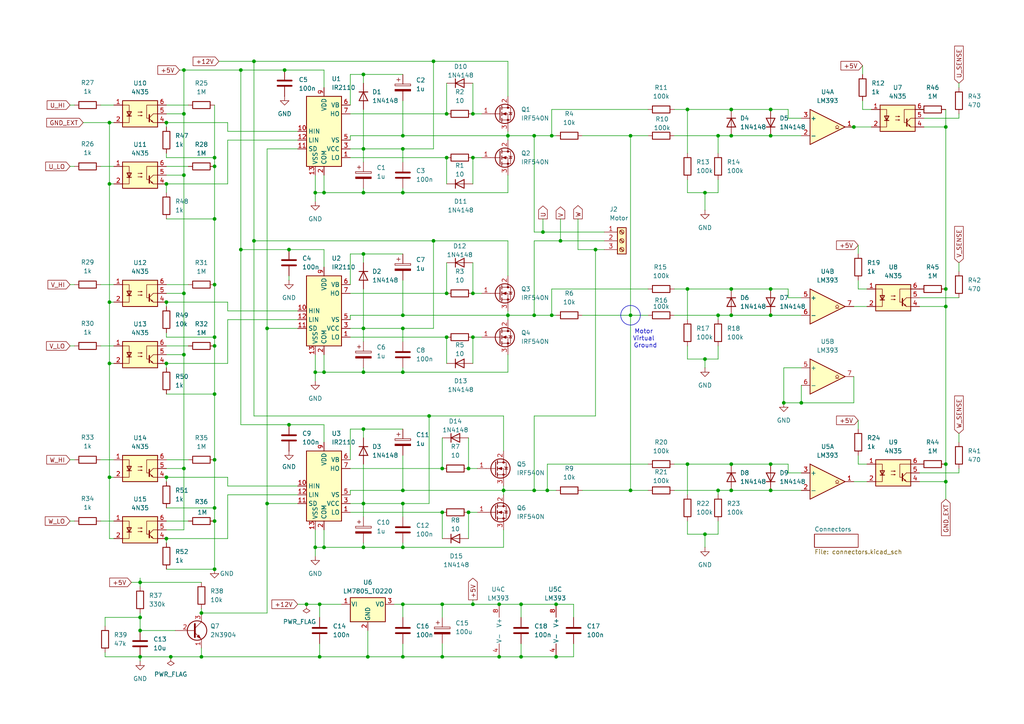
<source format=kicad_sch>
(kicad_sch (version 20231120) (generator "eeschema") (generator_version "8.0")
  (paper "A4")
  (junction (at 182.88 91.44))
  (junction (at 48.26 138.43))
  (junction (at 116.84 43.18))
  (junction (at 144.78 175.26))
  (junction (at 129.54 85.09))
  (junction (at 274.32 36.83))
  (junction (at 116.84 107.95))
  (junction (at 53.34 135.89))
  (junction (at 92.71 175.26))
  (junction (at 31.75 35.56))
  (junction (at 212.09 142.24))
  (junction (at 151.13 190.5))
  (junction (at 158.75 142.24))
  (junction (at 106.68 190.5))
  (junction (at 40.64 179.07))
  (junction (at 53.34 20.32))
  (junction (at 223.52 91.44))
  (junction (at 77.47 146.05))
  (junction (at 48.26 87.63))
  (junction (at 82.55 20.32))
  (junction (at 105.41 146.05))
  (junction (at 147.32 39.37))
  (junction (at 116.84 190.5))
  (junction (at 48.26 156.21))
  (junction (at 160.02 39.37))
  (junction (at 274.32 88.9))
  (junction (at 62.23 48.26))
  (junction (at 146.05 142.24))
  (junction (at 208.28 91.44))
  (junction (at 182.88 142.24))
  (junction (at 199.39 83.82))
  (junction (at 105.41 124.46))
  (junction (at 116.84 55.88))
  (junction (at 53.34 102.87))
  (junction (at 69.85 20.32))
  (junction (at 40.64 190.5))
  (junction (at 227.33 116.84))
  (junction (at 105.41 21.59))
  (junction (at 182.88 39.37))
  (junction (at 116.84 146.05))
  (junction (at 69.85 72.39))
  (junction (at 137.16 33.02))
  (junction (at 93.98 55.88))
  (junction (at 160.02 91.44))
  (junction (at 62.23 63.5))
  (junction (at 147.32 91.44))
  (junction (at 48.26 35.56))
  (junction (at 154.94 91.44))
  (junction (at 91.44 107.95))
  (junction (at 62.23 114.3))
  (junction (at 93.98 107.95))
  (junction (at 105.41 95.25))
  (junction (at 223.52 83.82))
  (junction (at 62.23 165.1))
  (junction (at 105.41 107.95))
  (junction (at 53.34 50.8))
  (junction (at 204.47 154.94))
  (junction (at 73.66 17.78))
  (junction (at 62.23 133.35))
  (junction (at 62.23 97.79))
  (junction (at 128.27 148.59))
  (junction (at 88.9 175.26))
  (junction (at 137.16 97.79))
  (junction (at 92.71 190.5))
  (junction (at 129.54 45.72))
  (junction (at 116.84 175.26))
  (junction (at 232.41 116.84))
  (junction (at 137.16 175.26))
  (junction (at 58.42 177.8))
  (junction (at 105.41 73.66))
  (junction (at 124.46 120.65))
  (junction (at 223.52 142.24))
  (junction (at 93.98 158.75))
  (junction (at 125.73 69.85))
  (junction (at 128.27 175.26))
  (junction (at 49.53 190.5))
  (junction (at 199.39 31.75))
  (junction (at 162.56 69.85))
  (junction (at 135.89 148.59))
  (junction (at 212.09 39.37))
  (junction (at 105.41 55.88))
  (junction (at 172.72 72.39))
  (junction (at 31.75 138.43))
  (junction (at 77.47 95.25))
  (junction (at 274.32 83.82))
  (junction (at 129.54 33.02))
  (junction (at 161.29 175.26))
  (junction (at 212.09 31.75))
  (junction (at 62.23 45.72))
  (junction (at 208.28 142.24))
  (junction (at 204.47 55.88))
  (junction (at 137.16 45.72))
  (junction (at 62.23 82.55))
  (junction (at 144.78 190.5))
  (junction (at 105.41 158.75))
  (junction (at 274.32 134.62))
  (junction (at 62.23 151.13))
  (junction (at 137.16 85.09))
  (junction (at 247.65 36.83))
  (junction (at 125.73 17.78))
  (junction (at 154.94 39.37))
  (junction (at 212.09 91.44))
  (junction (at 40.64 182.88))
  (junction (at 116.84 158.75))
  (junction (at 62.23 100.33))
  (junction (at 53.34 33.02))
  (junction (at 40.64 168.91))
  (junction (at 154.94 142.24))
  (junction (at 128.27 135.89))
  (junction (at 116.84 39.37))
  (junction (at 223.52 39.37))
  (junction (at 83.82 72.39))
  (junction (at 199.39 134.62))
  (junction (at 116.84 142.24))
  (junction (at 223.52 31.75))
  (junction (at 212.09 83.82))
  (junction (at 128.27 190.5))
  (junction (at 204.47 104.14))
  (junction (at 105.41 43.18))
  (junction (at 58.42 190.5))
  (junction (at 31.75 53.34))
  (junction (at 116.84 95.25))
  (junction (at 83.82 123.19))
  (junction (at 208.28 39.37))
  (junction (at 48.26 53.34))
  (junction (at 161.29 190.5))
  (junction (at 48.26 105.41))
  (junction (at 31.75 87.63))
  (junction (at 157.48 67.31))
  (junction (at 73.66 69.85))
  (junction (at 116.84 91.44))
  (junction (at 151.13 175.26))
  (junction (at 223.52 134.62))
  (junction (at 91.44 55.88))
  (junction (at 31.75 105.41))
  (junction (at 91.44 158.75))
  (junction (at 129.54 97.79))
  (junction (at 135.89 135.89))
  (junction (at 274.32 139.7))
  (junction (at 62.23 147.32))
  (junction (at 212.09 134.62))
  (junction (at 53.34 85.09))
  (wire (pts (xy 62.23 82.55) (xy 62.23 97.79)))
  (wire (pts (xy 116.84 157.48) (xy 116.84 158.75)))
  (wire (pts (xy 48.26 153.67) (xy 53.34 153.67)))
  (wire (pts (xy 48.26 45.72) (xy 48.26 44.45)))
  (wire (pts (xy 223.52 83.82) (xy 228.6 83.82)))
  (wire (pts (xy 247.65 109.22) (xy 247.65 116.84)))
  (wire (pts (xy 21.59 82.55) (xy 20.32 82.55)))
  (wire (pts (xy 66.04 90.17) (xy 86.36 90.17)))
  (wire (pts (xy 274.32 36.83) (xy 274.32 83.82)))
  (wire (pts (xy 29.21 30.48) (xy 33.02 30.48)))
  (wire (pts (xy 199.39 154.94) (xy 204.47 154.94)))
  (wire (pts (xy 77.47 95.25) (xy 86.36 95.25)))
  (wire (pts (xy 48.26 45.72) (xy 62.23 45.72)))
  (wire (pts (xy 208.28 143.51) (xy 208.28 142.24)))
  (wire (pts (xy 151.13 175.26) (xy 161.29 175.26)))
  (wire (pts (xy 151.13 190.5) (xy 161.29 190.5)))
  (wire (pts (xy 105.41 73.66) (xy 105.41 76.2)))
  (wire (pts (xy 52.07 20.32) (xy 53.34 20.32)))
  (wire (pts (xy 21.59 151.13) (xy 20.32 151.13)))
  (wire (pts (xy 40.64 190.5) (xy 49.53 190.5)))
  (wire (pts (xy 105.41 54.61) (xy 105.41 55.88)))
  (wire (pts (xy 199.39 52.07) (xy 199.39 55.88)))
  (wire (pts (xy 116.84 106.68) (xy 116.84 107.95)))
  (wire (pts (xy 101.6 45.72) (xy 129.54 45.72)))
  (wire (pts (xy 101.6 91.44) (xy 101.6 92.71)))
  (wire (pts (xy 29.21 133.35) (xy 33.02 133.35)))
  (wire (pts (xy 91.44 50.8) (xy 91.44 55.88)))
  (wire (pts (xy 33.02 138.43) (xy 31.75 138.43)))
  (wire (pts (xy 53.34 135.89) (xy 53.34 153.67)))
  (wire (pts (xy 278.13 24.13) (xy 278.13 25.4)))
  (wire (pts (xy 66.04 140.97) (xy 66.04 138.43)))
  (wire (pts (xy 31.75 53.34) (xy 31.75 87.63)))
  (wire (pts (xy 48.26 147.32) (xy 62.23 147.32)))
  (wire (pts (xy 208.28 100.33) (xy 208.28 104.14)))
  (wire (pts (xy 199.39 134.62) (xy 199.39 143.51)))
  (wire (pts (xy 105.41 106.68) (xy 105.41 107.95)))
  (wire (pts (xy 105.41 21.59) (xy 116.84 21.59)))
  (wire (pts (xy 31.75 105.41) (xy 33.02 105.41)))
  (wire (pts (xy 204.47 55.88) (xy 208.28 55.88)))
  (wire (pts (xy 91.44 102.87) (xy 91.44 107.95)))
  (wire (pts (xy 147.32 90.17) (xy 147.32 91.44)))
  (wire (pts (xy 63.5 17.78) (xy 73.66 17.78)))
  (wire (pts (xy 105.41 55.88) (xy 93.98 55.88)))
  (wire (pts (xy 101.6 30.48) (xy 101.6 21.59)))
  (wire (pts (xy 167.64 63.5) (xy 167.64 72.39)))
  (wire (pts (xy 208.28 92.71) (xy 208.28 91.44)))
  (wire (pts (xy 101.6 97.79) (xy 129.54 97.79)))
  (wire (pts (xy 40.64 190.5) (xy 40.64 191.77)))
  (wire (pts (xy 144.78 175.26) (xy 151.13 175.26)))
  (wire (pts (xy 223.52 91.44) (xy 232.41 91.44)))
  (wire (pts (xy 129.54 45.72) (xy 129.54 53.34)))
  (wire (pts (xy 116.84 43.18) (xy 125.73 43.18)))
  (wire (pts (xy 199.39 31.75) (xy 199.39 44.45)))
  (wire (pts (xy 172.72 120.65) (xy 172.72 72.39)))
  (wire (pts (xy 62.23 147.32) (xy 62.23 151.13)))
  (wire (pts (xy 147.32 69.85) (xy 147.32 80.01)))
  (wire (pts (xy 66.04 140.97) (xy 86.36 140.97)))
  (wire (pts (xy 252.73 31.75) (xy 250.19 31.75)))
  (wire (pts (xy 91.44 153.67) (xy 91.44 158.75)))
  (wire (pts (xy 157.48 67.31) (xy 175.26 67.31)))
  (wire (pts (xy 48.26 48.26) (xy 54.61 48.26)))
  (wire (pts (xy 147.32 102.87) (xy 147.32 107.95)))
  (wire (pts (xy 212.09 31.75) (xy 199.39 31.75)))
  (wire (pts (xy 212.09 91.44) (xy 223.52 91.44)))
  (wire (pts (xy 105.41 21.59) (xy 105.41 24.13)))
  (wire (pts (xy 62.23 45.72) (xy 62.23 48.26)))
  (wire (pts (xy 212.09 83.82) (xy 223.52 83.82)))
  (wire (pts (xy 62.23 133.35) (xy 62.23 147.32)))
  (wire (pts (xy 204.47 104.14) (xy 208.28 104.14)))
  (wire (pts (xy 274.32 139.7) (xy 274.32 144.78)))
  (wire (pts (xy 208.28 142.24) (xy 212.09 142.24)))
  (wire (pts (xy 62.23 97.79) (xy 62.23 100.33)))
  (wire (pts (xy 128.27 190.5) (xy 144.78 190.5)))
  (wire (pts (xy 86.36 43.18) (xy 77.47 43.18)))
  (wire (pts (xy 274.32 134.62) (xy 274.32 88.9)))
  (wire (pts (xy 154.94 69.85) (xy 154.94 91.44)))
  (wire (pts (xy 21.59 48.26) (xy 20.32 48.26)))
  (wire (pts (xy 105.41 95.25) (xy 105.41 99.06)))
  (wire (pts (xy 101.6 124.46) (xy 105.41 124.46)))
  (wire (pts (xy 223.52 31.75) (xy 228.6 31.75)))
  (wire (pts (xy 38.1 168.91) (xy 40.64 168.91)))
  (wire (pts (xy 66.04 38.1) (xy 86.36 38.1)))
  (wire (pts (xy 93.98 102.87) (xy 93.98 107.95)))
  (wire (pts (xy 77.47 43.18) (xy 77.47 95.25)))
  (wire (pts (xy 48.26 100.33) (xy 54.61 100.33)))
  (wire (pts (xy 21.59 30.48) (xy 20.32 30.48)))
  (wire (pts (xy 278.13 76.2) (xy 278.13 78.74)))
  (wire (pts (xy 154.94 39.37) (xy 160.02 39.37)))
  (wire (pts (xy 31.75 87.63) (xy 33.02 87.63)))
  (wire (pts (xy 66.04 156.21) (xy 66.04 143.51)))
  (wire (pts (xy 147.32 55.88) (xy 116.84 55.88)))
  (wire (pts (xy 274.32 36.83) (xy 267.97 36.83)))
  (wire (pts (xy 137.16 97.79) (xy 139.7 97.79)))
  (wire (pts (xy 66.04 90.17) (xy 66.04 87.63)))
  (wire (pts (xy 251.46 83.82) (xy 248.92 83.82)))
  (wire (pts (xy 40.64 168.91) (xy 58.42 168.91)))
  (wire (pts (xy 267.97 34.29) (xy 278.13 34.29)))
  (wire (pts (xy 162.56 69.85) (xy 175.26 69.85)))
  (wire (pts (xy 135.89 148.59) (xy 135.89 156.21)))
  (wire (pts (xy 187.96 134.62) (xy 158.75 134.62)))
  (wire (pts (xy 48.26 135.89) (xy 53.34 135.89)))
  (wire (pts (xy 247.65 116.84) (xy 232.41 116.84)))
  (wire (pts (xy 247.65 139.7) (xy 251.46 139.7)))
  (wire (pts (xy 31.75 35.56) (xy 31.75 53.34)))
  (wire (pts (xy 204.47 104.14) (xy 204.47 106.68)))
  (wire (pts (xy 162.56 69.85) (xy 154.94 69.85)))
  (wire (pts (xy 199.39 104.14) (xy 204.47 104.14)))
  (wire (pts (xy 168.91 142.24) (xy 182.88 142.24)))
  (wire (pts (xy 151.13 186.69) (xy 151.13 190.5)))
  (wire (pts (xy 21.59 100.33) (xy 20.32 100.33)))
  (wire (pts (xy 147.32 107.95) (xy 116.84 107.95)))
  (wire (pts (xy 21.59 133.35) (xy 20.32 133.35)))
  (wire (pts (xy 48.26 151.13) (xy 54.61 151.13)))
  (wire (pts (xy 146.05 158.75) (xy 116.84 158.75)))
  (wire (pts (xy 128.27 148.59) (xy 128.27 156.21)))
  (wire (pts (xy 124.46 146.05) (xy 124.46 120.65)))
  (wire (pts (xy 86.36 143.51) (xy 66.04 143.51)))
  (wire (pts (xy 105.41 55.88) (xy 116.84 55.88)))
  (wire (pts (xy 101.6 39.37) (xy 101.6 40.64)))
  (wire (pts (xy 31.75 53.34) (xy 33.02 53.34)))
  (wire (pts (xy 208.28 39.37) (xy 212.09 39.37)))
  (wire (pts (xy 125.73 95.25) (xy 125.73 69.85)))
  (wire (pts (xy 48.26 50.8) (xy 53.34 50.8)))
  (wire (pts (xy 73.66 69.85) (xy 125.73 69.85)))
  (wire (pts (xy 116.84 54.61) (xy 116.84 55.88)))
  (wire (pts (xy 157.48 63.5) (xy 157.48 67.31)))
  (wire (pts (xy 166.37 175.26) (xy 166.37 179.07)))
  (wire (pts (xy 77.47 146.05) (xy 86.36 146.05)))
  (wire (pts (xy 48.26 133.35) (xy 54.61 133.35)))
  (wire (pts (xy 137.16 33.02) (xy 139.7 33.02)))
  (wire (pts (xy 137.16 45.72) (xy 139.7 45.72)))
  (wire (pts (xy 151.13 175.26) (xy 151.13 179.07)))
  (wire (pts (xy 53.34 33.02) (xy 53.34 50.8)))
  (wire (pts (xy 105.41 43.18) (xy 101.6 43.18)))
  (wire (pts (xy 48.26 53.34) (xy 48.26 55.88)))
  (wire (pts (xy 147.32 17.78) (xy 125.73 17.78)))
  (wire (pts (xy 267.97 31.75) (xy 266.7 31.75)))
  (wire (pts (xy 105.41 134.62) (xy 105.41 146.05)))
  (wire (pts (xy 135.89 127) (xy 135.89 135.89)))
  (wire (pts (xy 62.23 114.3) (xy 62.23 100.33)))
  (wire (pts (xy 187.96 31.75) (xy 160.02 31.75)))
  (wire (pts (xy 53.34 102.87) (xy 53.34 135.89)))
  (wire (pts (xy 31.75 105.41) (xy 31.75 138.43)))
  (wire (pts (xy 212.09 31.75) (xy 223.52 31.75)))
  (wire (pts (xy 30.48 181.61) (xy 30.48 179.07)))
  (wire (pts (xy 53.34 50.8) (xy 53.34 85.09)))
  (wire (pts (xy 101.6 82.55) (xy 101.6 73.66)))
  (wire (pts (xy 137.16 45.72) (xy 137.16 53.34)))
  (wire (pts (xy 248.92 83.82) (xy 248.92 81.28)))
  (wire (pts (xy 66.04 105.41) (xy 66.04 92.71)))
  (wire (pts (xy 247.65 36.83) (xy 252.73 36.83)))
  (wire (pts (xy 278.13 125.73) (xy 278.13 128.27)))
  (wire (pts (xy 48.26 35.56) (xy 66.04 35.56)))
  (wire (pts (xy 69.85 72.39) (xy 83.82 72.39)))
  (wire (pts (xy 48.26 82.55) (xy 54.61 82.55)))
  (wire (pts (xy 83.82 72.39) (xy 93.98 72.39)))
  (wire (pts (xy 137.16 76.2) (xy 137.16 85.09)))
  (wire (pts (xy 228.6 134.62) (xy 228.6 137.16)))
  (wire (pts (xy 160.02 31.75) (xy 160.02 39.37)))
  (wire (pts (xy 146.05 120.65) (xy 124.46 120.65)))
  (wire (pts (xy 66.04 92.71) (xy 86.36 92.71)))
  (wire (pts (xy 246.38 36.83) (xy 247.65 36.83)))
  (wire (pts (xy 93.98 123.19) (xy 93.98 128.27)))
  (wire (pts (xy 83.82 123.19) (xy 93.98 123.19)))
  (wire (pts (xy 73.66 120.65) (xy 124.46 120.65)))
  (wire (pts (xy 266.7 86.36) (xy 278.13 86.36)))
  (wire (pts (xy 160.02 91.44) (xy 161.29 91.44)))
  (wire (pts (xy 223.52 134.62) (xy 228.6 134.62)))
  (wire (pts (xy 116.84 146.05) (xy 124.46 146.05)))
  (wire (pts (xy 128.27 175.26) (xy 137.16 175.26)))
  (wire (pts (xy 182.88 91.44) (xy 182.88 142.24)))
  (wire (pts (xy 48.26 33.02) (xy 53.34 33.02)))
  (wire (pts (xy 204.47 154.94) (xy 204.47 158.75)))
  (wire (pts (xy 66.04 53.34) (xy 66.04 40.64)))
  (wire (pts (xy 274.32 31.75) (xy 274.32 36.83)))
  (wire (pts (xy 48.26 105.41) (xy 48.26 106.68)))
  (wire (pts (xy 101.6 133.35) (xy 101.6 124.46)))
  (wire (pts (xy 48.26 138.43) (xy 66.04 138.43)))
  (wire (pts (xy 228.6 34.29) (xy 232.41 34.29)))
  (wire (pts (xy 53.34 20.32) (xy 53.34 33.02)))
  (wire (pts (xy 106.68 190.5) (xy 106.68 182.88)))
  (wire (pts (xy 116.84 95.25) (xy 125.73 95.25)))
  (wire (pts (xy 129.54 24.13) (xy 129.54 33.02)))
  (wire (pts (xy 48.26 96.52) (xy 48.26 97.79)))
  (wire (pts (xy 40.64 179.07) (xy 40.64 182.88)))
  (wire (pts (xy 250.19 19.05) (xy 250.19 21.59)))
  (wire (pts (xy 105.41 83.82) (xy 105.41 95.25)))
  (wire (pts (xy 160.02 83.82) (xy 160.02 91.44)))
  (wire (pts (xy 73.66 69.85) (xy 73.66 120.65)))
  (wire (pts (xy 105.41 146.05) (xy 116.84 146.05)))
  (wire (pts (xy 232.41 111.76) (xy 232.41 116.84)))
  (wire (pts (xy 232.41 106.68) (xy 227.33 106.68)))
  (wire (pts (xy 137.16 97.79) (xy 137.16 105.41)))
  (wire (pts (xy 48.26 87.63) (xy 66.04 87.63)))
  (wire (pts (xy 91.44 158.75) (xy 91.44 161.29)))
  (wire (pts (xy 93.98 20.32) (xy 93.98 25.4)))
  (wire (pts (xy 137.16 24.13) (xy 137.16 33.02)))
  (wire (pts (xy 116.84 29.21) (xy 116.84 39.37)))
  (wire (pts (xy 62.23 151.13) (xy 62.23 165.1)))
  (wire (pts (xy 248.92 121.92) (xy 248.92 124.46)))
  (wire (pts (xy 250.19 31.75) (xy 250.19 29.21)))
  (wire (pts (xy 182.88 91.44) (xy 187.96 91.44)))
  (wire (pts (xy 101.6 85.09) (xy 129.54 85.09)))
  (wire (pts (xy 223.52 142.24) (xy 232.41 142.24)))
  (wire (pts (xy 82.55 20.32) (xy 93.98 20.32)))
  (wire (pts (xy 278.13 33.02) (xy 278.13 34.29)))
  (wire (pts (xy 30.48 189.23) (xy 30.48 190.5)))
  (wire (pts (xy 116.84 91.44) (xy 147.32 91.44)))
  (wire (pts (xy 69.85 123.19) (xy 83.82 123.19)))
  (wire (pts (xy 91.44 55.88) (xy 91.44 58.42)))
  (wire (pts (xy 116.84 146.05) (xy 116.84 149.86)))
  (wire (pts (xy 77.47 146.05) (xy 77.47 177.8)))
  (wire (pts (xy 62.23 63.5) (xy 62.23 48.26)))
  (wire (pts (xy 48.26 102.87) (xy 53.34 102.87)))
  (wire (pts (xy 248.92 71.12) (xy 248.92 73.66)))
  (wire (pts (xy 66.04 40.64) (xy 86.36 40.64)))
  (wire (pts (xy 160.02 39.37) (xy 161.29 39.37)))
  (wire (pts (xy 92.71 175.26) (xy 99.06 175.26)))
  (wire (pts (xy 29.21 100.33) (xy 33.02 100.33)))
  (wire (pts (xy 228.6 137.16) (xy 232.41 137.16)))
  (wire (pts (xy 116.84 43.18) (xy 116.84 46.99)))
  (wire (pts (xy 58.42 187.96) (xy 58.42 190.5)))
  (wire (pts (xy 208.28 91.44) (xy 212.09 91.44)))
  (wire (pts (xy 114.3 175.26) (xy 116.84 175.26)))
  (wire (pts (xy 137.16 175.26) (xy 144.78 175.26)))
  (wire (pts (xy 49.53 190.5) (xy 58.42 190.5)))
  (wire (pts (xy 93.98 158.75) (xy 91.44 158.75)))
  (wire (pts (xy 137.16 173.99) (xy 137.16 175.26)))
  (wire (pts (xy 62.23 63.5) (xy 62.23 82.55)))
  (wire (pts (xy 147.32 69.85) (xy 125.73 69.85)))
  (wire (pts (xy 247.65 88.9) (xy 251.46 88.9)))
  (wire (pts (xy 101.6 73.66) (xy 105.41 73.66)))
  (wire (pts (xy 195.58 39.37) (xy 208.28 39.37)))
  (wire (pts (xy 147.32 39.37) (xy 147.32 40.64)))
  (wire (pts (xy 62.23 30.48) (xy 62.23 45.72)))
  (wire (pts (xy 105.41 158.75) (xy 116.84 158.75)))
  (wire (pts (xy 91.44 107.95) (xy 91.44 110.49)))
  (wire (pts (xy 30.48 179.07) (xy 40.64 179.07)))
  (wire (pts (xy 278.13 135.89) (xy 278.13 137.16)))
  (wire (pts (xy 105.41 31.75) (xy 105.41 43.18)))
  (wire (pts (xy 29.21 48.26) (xy 33.02 48.26)))
  (wire (pts (xy 147.32 38.1) (xy 147.32 39.37)))
  (wire (pts (xy 116.84 186.69) (xy 116.84 190.5)))
  (wire (pts (xy 48.26 87.63) (xy 48.26 88.9)))
  (wire (pts (xy 199.39 83.82) (xy 195.58 83.82)))
  (wire (pts (xy 251.46 134.62) (xy 248.92 134.62)))
  (wire (pts (xy 208.28 52.07) (xy 208.28 55.88)))
  (wire (pts (xy 144.78 190.5) (xy 151.13 190.5)))
  (wire (pts (xy 105.41 157.48) (xy 105.41 158.75)))
  (wire (pts (xy 40.64 177.8) (xy 40.64 179.07)))
  (wire (pts (xy 105.41 73.66) (xy 116.84 73.66)))
  (wire (pts (xy 105.41 95.25) (xy 101.6 95.25)))
  (wire (pts (xy 105.41 124.46) (xy 116.84 124.46)))
  (wire (pts (xy 154.94 120.65) (xy 154.94 142.24)))
  (wire (pts (xy 101.6 39.37) (xy 116.84 39.37)))
  (wire (pts (xy 116.84 39.37) (xy 147.32 39.37)))
  (wire (pts (xy 92.71 175.26) (xy 92.71 179.07)))
  (wire (pts (xy 105.41 95.25) (xy 116.84 95.25)))
  (wire (pts (xy 137.16 85.09) (xy 139.7 85.09)))
  (wire (pts (xy 40.64 170.18) (xy 40.64 168.91)))
  (wire (pts (xy 31.75 87.63) (xy 31.75 105.41)))
  (wire (pts (xy 146.05 120.65) (xy 146.05 130.81)))
  (wire (pts (xy 77.47 95.25) (xy 77.47 146.05)))
  (wire (pts (xy 101.6 91.44) (xy 116.84 91.44)))
  (wire (pts (xy 105.41 43.18) (xy 105.41 46.99)))
  (wire (pts (xy 116.84 81.28) (xy 116.84 91.44)))
  (wire (pts (xy 266.7 137.16) (xy 278.13 137.16)))
  (wire (pts (xy 212.09 134.62) (xy 199.39 134.62)))
  (wire (pts (xy 228.6 31.75) (xy 228.6 34.29)))
  (wire (pts (xy 105.41 158.75) (xy 93.98 158.75)))
  (wire (pts (xy 168.91 91.44) (xy 182.88 91.44)))
  (wire (pts (xy 223.52 39.37) (xy 232.41 39.37)))
  (wire (pts (xy 128.27 127) (xy 128.27 135.89)))
  (wire (pts (xy 101.6 135.89) (xy 128.27 135.89)))
  (wire (pts (xy 116.84 190.5) (xy 106.68 190.5)))
  (wire (pts (xy 29.21 151.13) (xy 33.02 151.13)))
  (wire (pts (xy 40.64 190.5) (xy 30.48 190.5)))
  (wire (pts (xy 83.82 80.01) (xy 83.82 81.28)))
  (wire (pts (xy 146.05 142.24) (xy 146.05 143.51)))
  (wire (pts (xy 212.09 39.37) (xy 223.52 39.37)))
  (wire (pts (xy 69.85 20.32) (xy 69.85 72.39)))
  (wire (pts (xy 105.41 107.95) (xy 93.98 107.95)))
  (wire (pts (xy 58.42 190.5) (xy 92.71 190.5)))
  (wire (pts (xy 105.41 124.46) (xy 105.41 127)))
  (wire (pts (xy 147.32 91.44) (xy 154.94 91.44)))
  (wire (pts (xy 128.27 186.69) (xy 128.27 190.5)))
  (wire (pts (xy 248.92 134.62) (xy 248.92 132.08)))
  (wire (pts (xy 101.6 142.24) (xy 101.6 143.51)))
  (wire (pts (xy 147.32 39.37) (xy 154.94 39.37)))
  (wire (pts (xy 135.89 148.59) (xy 138.43 148.59)))
  (wire (pts (xy 199.39 55.88) (xy 204.47 55.88)))
  (wire (pts (xy 168.91 39.37) (xy 182.88 39.37)))
  (wire (pts (xy 29.21 82.55) (xy 33.02 82.55)))
  (wire (pts (xy 146.05 153.67) (xy 146.05 158.75)))
  (wire (pts (xy 105.41 43.18) (xy 116.84 43.18)))
  (wire (pts (xy 227.33 116.84) (xy 232.41 116.84)))
  (wire (pts (xy 31.75 156.21) (xy 31.75 138.43)))
  (wire (pts (xy 161.29 175.26) (xy 166.37 175.26)))
  (wire (pts (xy 129.54 76.2) (xy 129.54 85.09)))
  (wire (pts (xy 228.6 83.82) (xy 228.6 86.36)))
  (wire (pts (xy 129.54 97.79) (xy 129.54 105.41)))
  (wire (pts (xy 48.26 85.09) (xy 53.34 85.09)))
  (wire (pts (xy 146.05 142.24) (xy 154.94 142.24)))
  (wire (pts (xy 48.26 105.41) (xy 66.04 105.41)))
  (wire (pts (xy 182.88 39.37) (xy 187.96 39.37)))
  (wire (pts (xy 88.9 175.26) (xy 92.71 175.26)))
  (wire (pts (xy 166.37 186.69) (xy 166.37 190.5)))
  (wire (pts (xy 48.26 157.48) (xy 48.26 156.21)))
  (wire (pts (xy 227.33 106.68) (xy 227.33 116.84)))
  (wire (pts (xy 199.39 151.13) (xy 199.39 154.94)))
  (wire (pts (xy 204.47 154.94) (xy 208.28 154.94)))
  (wire (pts (xy 116.84 142.24) (xy 146.05 142.24)))
  (wire (pts (xy 212.09 142.24) (xy 223.52 142.24)))
  (wire (pts (xy 48.26 165.1) (xy 62.23 165.1)))
  (wire (pts (xy 93.98 107.95) (xy 91.44 107.95)))
  (wire (pts (xy 125.73 43.18) (xy 125.73 17.78)))
  (wire (pts (xy 93.98 77.47) (xy 93.98 72.39)))
  (wire (pts (xy 274.32 83.82) (xy 274.32 88.9)))
  (wire (pts (xy 73.66 17.78) (xy 73.66 69.85)))
  (wire (pts (xy 66.04 38.1) (xy 66.04 35.56)))
  (wire (pts (xy 105.41 146.05) (xy 101.6 146.05)))
  (wire (pts (xy 212.09 83.82) (xy 199.39 83.82)))
  (wire (pts (xy 101.6 21.59) (xy 105.41 21.59)))
  (wire (pts (xy 195.58 142.24) (xy 208.28 142.24)))
  (wire (pts (xy 58.42 177.8) (xy 77.47 177.8)))
  (wire (pts (xy 228.6 86.36) (xy 232.41 86.36)))
  (wire (pts (xy 116.84 175.26) (xy 116.84 179.07)))
  (wire (pts (xy 158.75 134.62) (xy 158.75 142.24)))
  (wire (pts (xy 266.7 88.9) (xy 274.32 88.9)))
  (wire (pts (xy 208.28 151.13) (xy 208.28 154.94)))
  (wire (pts (xy 92.71 186.69) (xy 92.71 190.5)))
  (wire (pts (xy 128.27 175.26) (xy 128.27 179.07)))
  (wire (pts (xy 175.26 72.39) (xy 172.72 72.39)))
  (wire (pts (xy 172.72 120.65) (xy 154.94 120.65)))
  (wire (pts (xy 147.32 91.44) (xy 147.32 92.71)))
  (wire (pts (xy 48.26 138.43) (xy 48.26 139.7)))
  (wire (pts (xy 182.88 142.24) (xy 187.96 142.24)))
  (wire (pts (xy 92.71 190.5) (xy 106.68 190.5)))
  (wire (pts (xy 116.84 95.25) (xy 116.84 99.06)))
  (wire (pts (xy 93.98 55.88) (xy 91.44 55.88)))
  (wire (pts (xy 105.41 146.05) (xy 105.41 149.86)))
  (wire (pts (xy 58.42 176.53) (xy 58.42 177.8)))
  (wire (pts (xy 172.72 72.39) (xy 167.64 72.39)))
  (wire (pts (xy 212.09 134.62) (xy 223.52 134.62)))
  (wire (pts (xy 147.32 50.8) (xy 147.32 55.88)))
  (wire (pts (xy 40.64 182.88) (xy 50.8 182.88)))
  (wire (pts (xy 116.84 175.26) (xy 128.27 175.26)))
  (wire (pts (xy 73.66 17.78) (xy 125.73 17.78)))
  (wire (pts (xy 40.64 167.64) (xy 40.64 168.91)))
  (wire (pts (xy 195.58 91.44) (xy 208.28 91.44)))
  (wire (pts (xy 199.39 31.75) (xy 195.58 31.75)))
  (wire (pts (xy 86.36 175.26) (xy 88.9 175.26)))
  (wire (pts (xy 48.26 30.48) (xy 54.61 30.48)))
  (wire (pts (xy 161.29 190.5) (xy 166.37 190.5)))
  (wire (pts (xy 48.26 35.56) (xy 48.26 36.83)))
  (wire (pts (xy 62.23 114.3) (xy 62.23 133.35)))
  (wire (pts (xy 154.94 142.24) (xy 158.75 142.24)))
  (wire (pts (xy 48.26 63.5) (xy 62.23 63.5)))
  (wire (pts (xy 33.02 156.21) (xy 31.75 156.21)))
  (wire (pts (xy 266.7 139.7) (xy 274.32 139.7)))
  (wire (pts (xy 101.6 33.02) (xy 129.54 33.02)))
  (wire (pts (xy 48.26 53.34) (xy 66.04 53.34)))
  (wire (pts (xy 147.32 17.78) (xy 147.32 27.94)))
  (wire (pts (xy 135.89 135.89) (xy 138.43 135.89)))
  (wire (pts (xy 199.39 134.62) (xy 195.58 134.62)))
  (wire (pts (xy 274.32 139.7) (xy 274.32 134.62)))
  (wire (pts (xy 93.98 50.8) (xy 93.98 55.88)))
  (wire (pts (xy 208.28 44.45) (xy 208.28 39.37)))
  (wire (pts (xy 101.6 142.24) (xy 116.84 142.24)))
  (wire (pts (xy 93.98 153.67) (xy 93.98 158.75)))
  (wire (pts (xy 199.39 100.33) (xy 199.39 104.14)))
  (wire (pts (xy 158.75 142.24) (xy 161.29 142.24)))
  (wire (pts (xy 204.47 55.88) (xy 204.47 60.96)))
  (wire (pts (xy 53.34 20.32) (xy 69.85 20.32)))
  (wire (pts (xy 154.94 91.44) (xy 160.02 91.44)))
  (wire (pts (xy 187.96 83.82) (xy 160.02 83.82)))
  (wire (pts (xy 31.75 35.56) (xy 33.02 35.56)))
  (wire (pts (xy 182.88 39.37) (xy 182.88 91.44)))
  (wire (pts (xy 105.41 107.95) (xy 116.84 107.95)))
  (wire (pts (xy 154.94 67.31) (xy 157.48 67.31)))
  (wire (pts (xy 199.39 83.82) (xy 199.39 92.71)))
  (wire (pts (xy 48.26 114.3) (xy 62.23 114.3)))
  (wire (pts (xy 146.05 140.97) (xy 146.05 142.24)))
  (wire (pts (xy 101.6 148.59) (xy 128.27 148.59)))
  (wire (pts (xy 24.13 35.56) (xy 31.75 35.56)))
  (wire (pts (xy 48.26 97.79) (xy 62.23 97.79)))
  (wire (pts (xy 69.85 20.32) (xy 82.55 20.32)))
  (wire (pts (xy 154.94 39.37) (xy 154.94 67.31)))
  (wire (pts (xy 48.26 156.21) (xy 66.04 156.21)))
  (wire (pts (xy 128.27 190.5) (xy 116.84 190.5)))
  (wire (pts (xy 116.84 132.08) (xy 116.84 142.24)))
  (wire (pts (xy 69.85 72.39) (xy 69.85 123.19)))
  (wire (pts (xy 162.56 63.5) (xy 162.56 69.85)))
  (wire (pts (xy 53.34 85.09) (xy 53.34 102.87)))
  (circle (center 182.88 91.44) (radius 2.8398))
  (text "Motor \nVirtual \nGround" (at 187.198 98.298 0) (effects (font (size 1.27 1.27))))
  (global_label "W_HI" (shape input) (at 20.32 133.35 180) (property "Intersheetrefs" "${INTERSHEET_REFS}" (effects (hide yes))))
  (global_label "V_HI" (shape input) (at 20.32 82.55 180) (property "Intersheetrefs" "${INTERSHEET_REFS}" (effects (hide yes))))
  (global_label "GND_EXT" (shape input) (at 274.32 144.78 270) (property "Intersheetrefs" "${INTERSHEET_REFS}" (effects (hide yes))))
  (global_label "+12V" (shape input) (at 63.5 17.78 180) (property "Intersheetrefs" "${INTERSHEET_REFS}" (effects (hide yes))))
  (global_label "W" (shape output) (at 167.64 63.5 90) (property "Intersheetrefs" "${INTERSHEET_REFS}" (effects (hide yes))))
  (global_label "W_SENSE" (shape input) (at 278.13 125.73 90) (property "Intersheetrefs" "${INTERSHEET_REFS}" (effects (hide yes))))
  (global_label "+5V" (shape input) (at 248.92 121.92 180) (property "Intersheetrefs" "${INTERSHEET_REFS}" (effects (hide yes))))
  (global_label "U" (shape output) (at 157.48 63.5 90) (property "Intersheetrefs" "${INTERSHEET_REFS}" (effects (hide yes))))
  (global_label "+5V" (shape input) (at 52.07 20.32 180) (property "Intersheetrefs" "${INTERSHEET_REFS}" (effects (hide yes))))
  (global_label "+5V" (shape input) (at 250.19 19.05 180) (property "Intersheetrefs" "${INTERSHEET_REFS}" (effects (hide yes))))
  (global_label "V_LO" (shape input) (at 20.32 100.33 180) (property "Intersheetrefs" "${INTERSHEET_REFS}" (effects (hide yes))))
  (global_label "GND_EXT" (shape input) (at 24.13 35.56 180) (property "Intersheetrefs" "${INTERSHEET_REFS}" (effects (hide yes))))
  (global_label "V" (shape output) (at 162.56 63.5 90) (property "Intersheetrefs" "${INTERSHEET_REFS}" (effects (hide yes))))
  (global_label "+12V" (shape input) (at 86.36 175.26 180) (property "Intersheetrefs" "${INTERSHEET_REFS}" (effects (hide yes))))
  (global_label "U_SENSE" (shape input) (at 278.13 24.13 90) (property "Intersheetrefs" "${INTERSHEET_REFS}" (effects (hide yes))))
  (global_label "U_HI" (shape input) (at 20.32 30.48 180) (property "Intersheetrefs" "${INTERSHEET_REFS}" (effects (hide yes))))
  (global_label "+5V" (shape input) (at 38.1 168.91 180) (property "Intersheetrefs" "${INTERSHEET_REFS}" (effects (hide yes))))
  (global_label "W_LO" (shape input) (at 20.32 151.13 180) (property "Intersheetrefs" "${INTERSHEET_REFS}" (effects (hide yes))))
  (global_label "U_LO" (shape input) (at 20.32 48.26 180) (property "Intersheetrefs" "${INTERSHEET_REFS}" (effects (hide yes))))
  (global_label "+5V" (shape output) (at 137.16 173.99 90) (property "Intersheetrefs" "${INTERSHEET_REFS}" (effects (hide yes))))
  (global_label "+5V" (shape input) (at 248.92 71.12 180) (property "Intersheetrefs" "${INTERSHEET_REFS}" (effects (hide yes))))
  (global_label "V_SENSE" (shape input) (at 278.13 76.2 90) (property "Intersheetrefs" "${INTERSHEET_REFS}" (effects (hide yes))))
  (symbol (lib_id "Device:C_Polarized") (at 105.41 102.87 0) (unit 1)
    (property "Reference" "C6" (at 109.22 100.7109 0) (effects (justify left)))
    (property "Value" "1u" (at 109.22 103.2509 0) (effects (justify left)))
    (property "Footprint" "Capacitor_THT:CP_Radial_D5.0mm_P2.50mm" (effects (hide yes)))
    (property "Description" "Polarized capacitor" (effects (hide yes)))
  )
  (symbol (lib_id "Diode:1N4148") (at 132.08 156.21 0) (unit 1)
    (property "Reference" "D15" (at 132.334 161.29 0))
    (property "Value" "1N4148" (at 132.334 163.83 0))
    (property "Footprint" "Diode_THT:D_DO-35_SOD27_P7.62mm_Horizontal" (effects (hide yes)))
    (property "Datasheet" "https://assets.nexperia.com/documents/data-sheet/1N4148_1N4448.pdf" (effects (hide yes)))
    (property "Description" "100V 0.15A standard switching diode, DO-35" (effects (hide yes)))
    (property "Sim.Device" "D" (effects (hide yes)))
    (property "Sim.Pins" "1=K 2=A" (effects (hide yes)))
  )
  (symbol (lib_id "Device:R") (at 48.26 110.49 180) (unit 1)
    (property "Reference" "R50" (at 50.8 109.2199 0) (effects (justify right)))
    (property "Value" "1k" (at 50.8 111.7599 0) (effects (justify right)))
    (property "Footprint" "Resistor_THT:R_Axial_DIN0204_L3.6mm_D1.6mm_P2.54mm_Vertical" (effects (hide yes)))
    (property "Description" "Resistor" (effects (hide yes)))
  )
  (symbol (lib_id "Device:R") (at 270.51 134.62 90) (unit 1)
    (property "Reference" "R44" (at 270.51 128.27 90))
    (property "Value" "1M" (at 270.51 130.81 90))
    (property "Footprint" "Resistor_THT:R_Axial_DIN0204_L3.6mm_D1.6mm_P2.54mm_Vertical" (effects (hide yes)))
    (property "Description" "Resistor" (effects (hide yes)))
  )
  (symbol (lib_id "power:GND") (at 91.44 110.49 0) (unit 1)
    (property "Reference" "#PWR02" (effects (hide yes)))
    (property "Value" "GND" (at 91.44 115.57 0))
    (property "Description" "Power symbol creates a global label with name \"GND\" , ground" (effects (hide yes)))
  )
  (symbol (lib_id "Device:R") (at 132.08 135.89 90) (unit 1)
    (property "Reference" "R7" (at 132.08 129.54 90))
    (property "Value" "10" (at 132.08 132.08 90))
    (property "Footprint" "Resistor_THT:R_Axial_DIN0207_L6.3mm_D2.5mm_P7.62mm_Horizontal" (effects (hide yes)))
    (property "Description" "Resistor" (effects (hide yes)))
  )
  (symbol (lib_id "Device:R") (at 25.4 100.33 90) (unit 1)
    (property "Reference" "R30" (at 25.4 93.8424 90))
    (property "Value" "1k" (at 25.4 96.3824 90))
    (property "Footprint" "Resistor_THT:R_Axial_DIN0207_L6.3mm_D2.5mm_P7.62mm_Horizontal" (effects (hide yes)))
    (property "Description" "Resistor" (effects (hide yes)))
  )
  (symbol (lib_id "Device:R") (at 270.51 83.82 90) (unit 1)
    (property "Reference" "R45" (at 270.51 77.47 90))
    (property "Value" "1M" (at 270.51 80.01 90))
    (property "Footprint" "Resistor_THT:R_Axial_DIN0204_L3.6mm_D1.6mm_P2.54mm_Vertical" (effects (hide yes)))
    (property "Description" "Resistor" (effects (hide yes)))
  )
  (symbol (lib_id "Device:C") (at 82.55 24.13 0) (unit 1)
    (property "Reference" "C5" (at 86.614 23.114 0) (effects (justify left)))
    (property "Value" "100n" (at 86.614 25.654 0) (effects (justify left)))
    (property "Footprint" "Capacitor_THT:C_Disc_D6.0mm_W2.5mm_P5.00mm" (effects (hide yes)))
    (property "Description" "Unpolarized capacitor" (effects (hide yes)))
  )
  (symbol (lib_id "power:GND") (at 82.55 27.94 0) (unit 1)
    (property "Reference" "#PWR014" (effects (hide yes)))
    (property "Value" "GND" (at 82.55 33.02 0))
    (property "Description" "Power symbol creates a global label with name \"GND\" , ground" (effects (hide yes)))
  )
  (symbol (lib_id "Diode:1N4148") (at 105.41 27.94 270) (unit 1)
    (property "Reference" "D1" (at 107.95 26.6699 90) (effects (justify left)))
    (property "Value" "1N4148" (at 107.95 29.2099 90) (effects (justify left)))
    (property "Footprint" "Diode_THT:D_DO-35_SOD27_P7.62mm_Horizontal" (effects (hide yes)))
    (property "Datasheet" "https://assets.nexperia.com/documents/data-sheet/1N4148_1N4448.pdf" (effects (hide yes)))
    (property "Description" "100V 0.15A standard switching diode, DO-35" (effects (hide yes)))
    (property "Sim.Device" "D" (effects (hide yes)))
    (property "Sim.Pins" "1=K 2=A" (effects (hide yes)))
  )
  (symbol (lib_id "Device:R") (at 199.39 96.52 180) (unit 1)
    (property "Reference" "R17" (at 201.93 95.2499 0) (effects (justify right)))
    (property "Value" "100k" (at 201.93 97.7899 0) (effects (justify right)))
    (property "Footprint" "Resistor_THT:R_Axial_DIN0207_L6.3mm_D2.5mm_P7.62mm_Horizontal" (effects (hide yes)))
    (property "Description" "Resistor" (effects (hide yes)))
  )
  (symbol (lib_id "Device:R") (at 191.77 31.75 90) (unit 1)
    (property "Reference" "R11" (at 191.77 25.4 90))
    (property "Value" "100k" (at 191.77 27.94 90))
    (property "Footprint" "Resistor_THT:R_Axial_DIN0207_L6.3mm_D2.5mm_P7.62mm_Horizontal" (effects (hide yes)))
    (property "Description" "Resistor" (effects (hide yes)))
  )
  (symbol (lib_id "Device:R") (at 25.4 30.48 90) (unit 1)
    (property "Reference" "R27" (at 25.4 23.9924 90))
    (property "Value" "1k" (at 25.4 26.5324 90))
    (property "Footprint" "Resistor_THT:R_Axial_DIN0207_L6.3mm_D2.5mm_P7.62mm_Horizontal" (effects (hide yes)))
    (property "Description" "Resistor" (effects (hide yes)))
  )
  (symbol (lib_id "Device:R") (at 48.26 40.64 180) (unit 1)
    (property "Reference" "R47" (at 50.8 39.3699 0) (effects (justify right)))
    (property "Value" "1k" (at 50.8 41.9099 0) (effects (justify right)))
    (property "Footprint" "Resistor_THT:R_Axial_DIN0204_L3.6mm_D1.6mm_P2.54mm_Vertical" (effects (hide yes)))
    (property "Description" "Resistor" (effects (hide yes)))
  )
  (symbol (lib_id "Device:R") (at 208.28 96.52 180) (unit 1)
    (property "Reference" "R18" (at 210.82 95.2499 0) (effects (justify right)))
    (property "Value" "100k" (at 210.82 97.7899 0) (effects (justify right)))
    (property "Footprint" "Resistor_THT:R_Axial_DIN0207_L6.3mm_D2.5mm_P7.62mm_Horizontal" (effects (hide yes)))
    (property "Description" "Resistor" (effects (hide yes)))
  )
  (symbol (lib_id "Comparator:LM393") (at 240.03 36.83 0) (unit 1)
    (property "Reference" "U4" (at 240.03 26.67 0))
    (property "Value" "LM393" (at 240.03 29.21 0))
    (property "Footprint" "Package_DIP:DIP-8_W7.62mm" (effects (hide yes)))
    (property "Datasheet" "http://www.ti.com/lit/ds/symlink/lm393.pdf" (effects (hide yes)))
    (property "Description" "Low-Power, Low-Offset Voltage, Dual Comparators, DIP-8/SOIC-8/TO-99-8" (effects (hide yes)))
  )
  (symbol (lib_id "Device:R") (at 165.1 91.44 90) (unit 1)
    (property "Reference" "R6" (at 165.1 85.09 90))
    (property "Value" "10k" (at 165.1 87.63 90))
    (property "Footprint" "Resistor_THT:R_Axial_DIN0207_L6.3mm_D2.5mm_P7.62mm_Horizontal" (effects (hide yes)))
    (property "Description" "Resistor" (effects (hide yes)))
  )
  (symbol (lib_id "Device:R") (at 208.28 48.26 180) (unit 1)
    (property "Reference" "R14" (at 210.82 46.9899 0) (effects (justify right)))
    (property "Value" "100k" (at 210.82 49.5299 0) (effects (justify right)))
    (property "Footprint" "Resistor_THT:R_Axial_DIN0207_L6.3mm_D2.5mm_P7.62mm_Horizontal" (effects (hide yes)))
    (property "Description" "Resistor" (effects (hide yes)))
  )
  (symbol (lib_id "Diode:1N4148") (at 133.35 53.34 0) (unit 1)
    (property "Reference" "D11" (at 133.604 58.42 0))
    (property "Value" "1N4148" (at 133.604 60.96 0))
    (property "Footprint" "Diode_THT:D_DO-35_SOD27_P7.62mm_Horizontal" (effects (hide yes)))
    (property "Datasheet" "https://assets.nexperia.com/documents/data-sheet/1N4148_1N4448.pdf" (effects (hide yes)))
    (property "Description" "100V 0.15A standard switching diode, DO-35" (effects (hide yes)))
    (property "Sim.Device" "D" (effects (hide yes)))
    (property "Sim.Pins" "1=K 2=A" (effects (hide yes)))
  )
  (symbol (lib_id "Device:R") (at 278.13 132.08 180) (unit 1)
    (property "Reference" "R41" (at 280.67 130.8099 0) (effects (justify right)))
    (property "Value" "470" (at 280.67 133.3499 0) (effects (justify right)))
    (property "Footprint" "Resistor_THT:R_Axial_DIN0204_L3.6mm_D1.6mm_P2.54mm_Vertical" (effects (hide yes)))
    (property "Description" "Resistor" (effects (hide yes)))
  )
  (symbol (lib_id "Device:R") (at 48.26 59.69 180) (unit 1)
    (property "Reference" "R48" (at 50.8 58.4199 0) (effects (justify right)))
    (property "Value" "1k" (at 50.8 60.9599 0) (effects (justify right)))
    (property "Footprint" "Resistor_THT:R_Axial_DIN0204_L3.6mm_D1.6mm_P2.54mm_Vertical" (effects (hide yes)))
    (property "Description" "Resistor" (effects (hide yes)))
  )
  (symbol (lib_id "Device:R") (at 25.4 133.35 90) (unit 1)
    (property "Reference" "R33" (at 25.4 126.8624 90))
    (property "Value" "1k" (at 25.4 129.4024 90))
    (property "Footprint" "Resistor_THT:R_Axial_DIN0207_L6.3mm_D2.5mm_P7.62mm_Horizontal" (effects (hide yes)))
    (property "Description" "Resistor" (effects (hide yes)))
  )
  (symbol (lib_id "Device:R") (at 191.77 142.24 90) (unit 1)
    (property "Reference" "R21" (at 191.77 136.906 90))
    (property "Value" "100k" (at 191.77 139.446 90))
    (property "Footprint" "Resistor_THT:R_Axial_DIN0207_L6.3mm_D2.5mm_P7.62mm_Horizontal" (effects (hide yes)))
    (property "Description" "Resistor" (effects (hide yes)))
  )
  (symbol (lib_id "Device:C") (at 40.64 186.69 0) (unit 1)
    (property "Reference" "C13" (at 44.45 185.4199 0) (effects (justify left)))
    (property "Value" "10u" (at 44.45 187.9599 0) (effects (justify left)))
    (property "Footprint" "Capacitor_THT:CP_Radial_D5.0mm_P2.50mm" (effects (hide yes)))
    (property "Description" "Unpolarized capacitor" (effects (hide yes)))
  )
  (symbol (lib_id "power:GND") (at 62.23 165.1 0) (unit 1)
    (property "Reference" "#PWR012" (effects (hide yes)))
    (property "Value" "GND" (at 65.786 166.37 0))
    (property "Description" "Power symbol creates a global label with name \"GND\" , ground" (effects (hide yes)))
  )
  (symbol (lib_id "Device:R") (at 248.92 77.47 0) (unit 1)
    (property "Reference" "R19" (at 251.46 76.1999 0) (effects (justify left)))
    (property "Value" "1k" (at 251.46 78.7399 0) (effects (justify left)))
    (property "Footprint" "Resistor_THT:R_Axial_DIN0207_L6.3mm_D2.5mm_P7.62mm_Horizontal" (effects (hide yes)))
    (property "Description" "Resistor" (effects (hide yes)))
  )
  (symbol (lib_id "Diode:1N4148") (at 212.09 138.43 270) (unit 1)
    (property "Reference" "D8" (at 214.63 137.1599 90) (effects (justify left)))
    (property "Value" "1N4148" (at 214.63 139.6999 90) (effects (justify left)))
    (property "Footprint" "Diode_THT:D_DO-35_SOD27_P7.62mm_Horizontal" (effects (hide yes)))
    (property "Datasheet" "https://assets.nexperia.com/documents/data-sheet/1N4148_1N4448.pdf" (effects (hide yes)))
    (property "Description" "100V 0.15A standard switching diode, DO-35" (effects (hide yes)))
    (property "Sim.Device" "D" (effects (hide yes)))
    (property "Sim.Pins" "1=K 2=A" (effects (hide yes)))
  )
  (symbol (lib_id "Device:R") (at 278.13 82.55 180) (unit 1)
    (property "Reference" "R42" (at 280.67 81.2799 0) (effects (justify right)))
    (property "Value" "470" (at 280.67 83.8199 0) (effects (justify right)))
    (property "Footprint" "Resistor_THT:R_Axial_DIN0204_L3.6mm_D1.6mm_P2.54mm_Vertical" (effects (hide yes)))
    (property "Description" "Resistor" (effects (hide yes)))
  )
  (symbol (lib_id "Transistor_FET:IRF540N") (at 144.78 33.02 0) (unit 1)
    (property "Reference" "Q1" (at 151.13 31.7499 0) (effects (justify left)))
    (property "Value" "IRF540N" (at 151.13 34.2899 0) (effects (justify left)))
    (property "Footprint" "Package_TO_SOT_THT:TO-220-3_Vertical" (effects (hide yes)))
    (property "Datasheet" "http://www.irf.com/product-info/datasheets/data/irf540n.pdf" (effects (hide yes)))
    (property "Description" "33A Id, 100V Vds, HEXFET N-Channel MOSFET, TO-220" (effects (hide yes)))
  )
  (symbol (lib_id "Diode:1N4148") (at 105.41 130.81 270) (unit 1)
    (property "Reference" "D3" (at 107.95 129.5399 90) (effects (justify left)))
    (property "Value" "1N4148" (at 107.95 132.0799 90) (effects (justify left)))
    (property "Footprint" "Diode_THT:D_DO-35_SOD27_P7.62mm_Horizontal" (effects (hide yes)))
    (property "Datasheet" "https://assets.nexperia.com/documents/data-sheet/1N4148_1N4448.pdf" (effects (hide yes)))
    (property "Description" "100V 0.15A standard switching diode, DO-35" (effects (hide yes)))
    (property "Sim.Device" "D" (effects (hide yes)))
    (property "Sim.Pins" "1=K 2=A" (effects (hide yes)))
  )
  (symbol (lib_id "Device:R") (at 208.28 147.32 180) (unit 1)
    (property "Reference" "R23" (at 210.82 146.0499 0) (effects (justify right)))
    (property "Value" "100k" (at 210.82 148.5899 0) (effects (justify right)))
    (property "Footprint" "Resistor_THT:R_Axial_DIN0207_L6.3mm_D2.5mm_P7.62mm_Horizontal" (effects (hide yes)))
    (property "Description" "Resistor" (effects (hide yes)))
  )
  (symbol (lib_id "Device:R") (at 199.39 147.32 180) (unit 1)
    (property "Reference" "R22" (at 201.93 146.0499 0) (effects (justify right)))
    (property "Value" "100k" (at 201.93 148.5899 0) (effects (justify right)))
    (property "Footprint" "Resistor_THT:R_Axial_DIN0207_L6.3mm_D2.5mm_P7.62mm_Horizontal" (effects (hide yes)))
    (property "Description" "Resistor" (effects (hide yes)))
  )
  (symbol (lib_id "Device:R") (at 40.64 173.99 0) (unit 1)
    (property "Reference" "R37" (at 43.18 172.7199 0) (effects (justify left)))
    (property "Value" "330k" (at 43.18 175.2599 0) (effects (justify left)))
    (property "Footprint" "Resistor_THT:R_Axial_DIN0207_L6.3mm_D2.5mm_P7.62mm_Horizontal" (effects (hide yes)))
    (property "Description" "Resistor" (effects (hide yes)))
  )
  (symbol (lib_id "Transistor_FET:IRF540N") (at 143.51 135.89 0) (unit 1)
    (property "Reference" "Q5" (at 149.86 134.6199 0) (effects (justify left)))
    (property "Value" "IRF540N" (at 149.86 137.1599 0) (effects (justify left)))
    (property "Footprint" "Package_TO_SOT_THT:TO-220-3_Vertical" (effects (hide yes)))
    (property "Datasheet" "http://www.irf.com/product-info/datasheets/data/irf540n.pdf" (effects (hide yes)))
    (property "Description" "33A Id, 100V Vds, HEXFET N-Channel MOSFET, TO-220" (effects (hide yes)))
  )
  (symbol (lib_id "Device:R") (at 270.51 31.75 90) (unit 1)
    (property "Reference" "R46" (at 270.51 25.4 90))
    (property "Value" "1M" (at 270.51 27.94 90))
    (property "Footprint" "Resistor_THT:R_Axial_DIN0204_L3.6mm_D1.6mm_P2.54mm_Vertical" (effects (hide yes)))
    (property "Description" "Resistor" (effects (hide yes)))
  )
  (symbol (lib_id "Device:R") (at 58.42 133.35 270) (unit 1)
    (property "Reference" "R35" (at 58.42 127 90))
    (property "Value" "1M" (at 58.42 129.54 90))
    (property "Footprint" "Resistor_THT:R_Axial_DIN0204_L3.6mm_D1.6mm_P2.54mm_Vertical" (effects (hide yes)))
    (property "Description" "Resistor" (effects (hide yes)))
  )
  (symbol (lib_id "Device:C_Polarized") (at 116.84 25.4 0) (unit 1)
    (property "Reference" "C2" (at 120.65 23.2409 0) (effects (justify left)))
    (property "Value" "1u" (at 120.65 25.7809 0) (effects (justify left)))
    (property "Footprint" "Capacitor_THT:CP_Radial_D5.0mm_P2.50mm" (effects (hide yes)))
    (property "Description" "Polarized capacitor" (effects (hide yes)))
  )
  (symbol (lib_id "Comparator:LM393") (at 240.03 88.9 0) (unit 2)
    (property "Reference" "U4" (at 240.03 78.74 0))
    (property "Value" "LM393" (at 240.03 81.28 0))
    (property "Footprint" "Package_DIP:DIP-8_W7.62mm" (effects (hide yes)))
    (property "Datasheet" "http://www.ti.com/lit/ds/symlink/lm393.pdf" (effects (hide yes)))
    (property "Description" "Low-Power, Low-Offset Voltage, Dual Comparators, DIP-8/SOIC-8/TO-99-8" (effects (hide yes)))
  )
  (symbol (lib_id "Diode:1N4148") (at 223.52 138.43 90) (unit 1)
    (property "Reference" "D9" (at 226.06 137.1599 90) (effects (justify right)))
    (property "Value" "1N4148" (at 226.06 139.6999 90) (effects (justify right)))
    (property "Footprint" "Diode_THT:D_DO-35_SOD27_P7.62mm_Horizontal" (effects (hide yes)))
    (property "Datasheet" "https://assets.nexperia.com/documents/data-sheet/1N4148_1N4448.pdf" (effects (hide yes)))
    (property "Description" "100V 0.15A standard switching diode, DO-35" (effects (hide yes)))
    (property "Sim.Device" "D" (effects (hide yes)))
    (property "Sim.Pins" "1=K 2=A" (effects (hide yes)))
  )
  (symbol (lib_id "power:PWR_FLAG") (at 49.53 190.5 180) (unit 1)
    (property "Reference" "#FLG01" (effects (hide yes)))
    (property "Value" "PWR_FLAG" (at 49.53 195.58 0))
    (property "Description" "Special symbol for telling ERC where power comes from" (effects (hide yes)))
  )
  (symbol (lib_id "Diode:1N4148") (at 212.09 35.56 270) (unit 1)
    (property "Reference" "D4" (at 214.63 34.2899 90) (effects (justify left)))
    (property "Value" "1N4148" (at 214.63 36.8299 90) (effects (justify left)))
    (property "Footprint" "Diode_THT:D_DO-35_SOD27_P7.62mm_Horizontal" (effects (hide yes)))
    (property "Datasheet" "https://assets.nexperia.com/documents/data-sheet/1N4148_1N4448.pdf" (effects (hide yes)))
    (property "Description" "100V 0.15A standard switching diode, DO-35" (effects (hide yes)))
    (property "Sim.Device" "D" (effects (hide yes)))
    (property "Sim.Pins" "1=K 2=A" (effects (hide yes)))
  )
  (symbol (lib_id "power:GND") (at 204.47 106.68 0) (unit 1)
    (property "Reference" "#PWR05" (effects (hide yes)))
    (property "Value" "GND" (at 204.47 111.76 0))
    (property "Description" "Power symbol creates a global label with name \"GND\" , ground" (effects (hide yes)))
  )
  (symbol (lib_id "Device:R") (at 165.1 39.37 90) (unit 1)
    (property "Reference" "R4" (at 165.1 33.02 90))
    (property "Value" "10k" (at 165.1 35.56 90))
    (property "Footprint" "Resistor_THT:R_Axial_DIN0207_L6.3mm_D2.5mm_P7.62mm_Horizontal" (effects (hide yes)))
    (property "Description" "Resistor" (effects (hide yes)))
  )
  (symbol (lib_id "power:GND") (at 40.64 191.77 0) (unit 1)
    (property "Reference" "#PWR016" (effects (hide yes)))
    (property "Value" "GND" (at 40.64 196.85 0))
    (property "Description" "Power symbol creates a global label with name \"GND\" , ground" (effects (hide yes)))
  )
  (symbol (lib_id "Device:R") (at 133.35 97.79 90) (unit 1)
    (property "Reference" "R5" (at 133.35 100.076 90))
    (property "Value" "10" (at 133.35 102.616 90))
    (property "Footprint" "Resistor_THT:R_Axial_DIN0207_L6.3mm_D2.5mm_P7.62mm_Horizontal" (effects (hide yes)))
    (property "Description" "Resistor" (effects (hide yes)))
  )
  (symbol (lib_id "Device:C") (at 151.13 182.88 0) (unit 1)
    (property "Reference" "C18" (at 154.94 181.6099 0) (effects (justify left)))
    (property "Value" "100n" (at 154.94 184.1499 0) (effects (justify left)))
    (property "Footprint" "Capacitor_THT:C_Disc_D6.0mm_W2.5mm_P5.00mm" (effects (hide yes)))
    (property "Description" "Unpolarized capacitor" (effects (hide yes)))
  )
  (symbol (lib_id "Comparator:LM393") (at 163.83 182.88 0) (unit 3)
    (property "Reference" "U5" (at 161.036 170.942 0))
    (property "Value" "LM393" (at 161.036 173.482 0))
    (property "Footprint" "Package_DIP:DIP-8_W7.62mm" (effects (hide yes)))
    (property "Datasheet" "http://www.ti.com/lit/ds/symlink/lm393.pdf" (effects (hide yes)))
    (property "Description" "Low-Power, Low-Offset Voltage, Dual Comparators, DIP-8/SOIC-8/TO-99-8" (effects (hide yes)))
  )
  (symbol (lib_id "Device:R") (at 58.42 151.13 270) (unit 1)
    (property "Reference" "R36" (at 58.42 145.542 90))
    (property "Value" "1M" (at 58.674 148.59 90))
    (property "Footprint" "Resistor_THT:R_Axial_DIN0204_L3.6mm_D1.6mm_P2.54mm_Vertical" (effects (hide yes)))
    (property "Description" "Resistor" (effects (hide yes)))
  )
  (symbol (lib_id "Comparator:LM393") (at 240.03 109.22 0) (unit 2)
    (property "Reference" "U5" (at 240.03 99.06 0))
    (property "Value" "LM393" (at 240.03 101.6 0))
    (property "Footprint" "Package_DIP:DIP-8_W7.62mm" (effects (hide yes)))
    (property "Datasheet" "http://www.ti.com/lit/ds/symlink/lm393.pdf" (effects (hide yes)))
    (property "Description" "Low-Power, Low-Offset Voltage, Dual Comparators, DIP-8/SOIC-8/TO-99-8" (effects (hide yes)))
  )
  (symbol (lib_id "Device:R") (at 191.77 39.37 90) (unit 1)
    (property "Reference" "R10" (at 192.024 34.544 90))
    (property "Value" "100k" (at 192.024 37.084 90))
    (property "Footprint" "Resistor_THT:R_Axial_DIN0207_L6.3mm_D2.5mm_P7.62mm_Horizontal" (effects (hide yes)))
    (property "Description" "Resistor" (effects (hide yes)))
  )
  (symbol (lib_id "Diode:1N4148") (at 105.41 80.01 270) (unit 1)
    (property "Reference" "D2" (at 107.95 78.7399 90) (effects (justify left)))
    (property "Value" "1N4148" (at 107.95 81.2799 90) (effects (justify left)))
    (property "Footprint" "Diode_THT:D_DO-35_SOD27_P7.62mm_Horizontal" (effects (hide yes)))
    (property "Datasheet" "https://assets.nexperia.com/documents/data-sheet/1N4148_1N4448.pdf" (effects (hide yes)))
    (property "Description" "100V 0.15A standard switching diode, DO-35" (effects (hide yes)))
    (property "Sim.Device" "D" (effects (hide yes)))
    (property "Sim.Pins" "1=K 2=A" (effects (hide yes)))
  )
  (symbol (lib_id "Device:C_Polarized") (at 116.84 77.47 0) (unit 1)
    (property "Reference" "C7" (at 120.65 75.3109 0) (effects (justify left)))
    (property "Value" "1u" (at 120.65 77.8509 0) (effects (justify left)))
    (property "Footprint" "Capacitor_THT:CP_Radial_D5.0mm_P2.50mm" (effects (hide yes)))
    (property "Description" "Polarized capacitor" (effects (hide yes)))
  )
  (symbol (lib_id "Device:C") (at 116.84 50.8 0) (unit 1)
    (property "Reference" "C3" (at 120.65 49.5299 0) (effects (justify left)))
    (property "Value" "100n" (at 120.65 52.0699 0) (effects (justify left)))
    (property "Footprint" "Capacitor_THT:C_Disc_D6.0mm_W2.5mm_P5.00mm" (effects (hide yes)))
    (property "Description" "Unpolarized capacitor" (effects (hide yes)))
  )
  (symbol (lib_id "Device:C") (at 116.84 153.67 0) (unit 1)
    (property "Reference" "C12" (at 120.65 152.3999 0) (effects (justify left)))
    (property "Value" "100n" (at 120.65 154.9399 0) (effects (justify left)))
    (property "Footprint" "Capacitor_THT:C_Disc_D6.0mm_W2.5mm_P5.00mm" (effects (hide yes)))
    (property "Description" "Unpolarized capacitor" (effects (hide yes)))
  )
  (symbol (lib_id "Device:R") (at 132.08 148.59 90) (unit 1)
    (property "Reference" "R8" (at 132.08 150.876 90))
    (property "Value" "10" (at 132.08 153.416 90))
    (property "Footprint" "Resistor_THT:R_Axial_DIN0207_L6.3mm_D2.5mm_P7.62mm_Horizontal" (effects (hide yes)))
    (property "Description" "Resistor" (effects (hide yes)))
  )
  (symbol (lib_id "Device:R") (at 278.13 29.21 180) (unit 1)
    (property "Reference" "R43" (at 280.67 27.9399 0) (effects (justify right)))
    (property "Value" "470" (at 280.67 30.4799 0) (effects (justify right)))
    (property "Footprint" "Resistor_THT:R_Axial_DIN0204_L3.6mm_D1.6mm_P2.54mm_Vertical" (effects (hide yes)))
    (property "Description" "Resistor" (effects (hide yes)))
  )
  (symbol (lib_id "Device:R") (at 48.26 161.29 180) (unit 1)
    (property "Reference" "R52" (at 50.8 160.0199 0) (effects (justify right)))
    (property "Value" "1k" (at 50.8 162.5599 0) (effects (justify right)))
    (property "Footprint" "Resistor_THT:R_Axial_DIN0204_L3.6mm_D1.6mm_P2.54mm_Vertical" (effects (hide yes)))
    (property "Description" "Resistor" (effects (hide yes)))
  )
  (symbol (lib_id "Device:R") (at 58.42 100.33 270) (unit 1)
    (property "Reference" "R32" (at 58.42 93.98 90))
    (property "Value" "1M" (at 58.42 96.52 90))
    (property "Footprint" "Resistor_THT:R_Axial_DIN0204_L3.6mm_D1.6mm_P2.54mm_Vertical" (effects (hide yes)))
    (property "Description" "Resistor" (effects (hide yes)))
  )
  (symbol (lib_id "Device:R") (at 250.19 25.4 0) (unit 1)
    (property "Reference" "R12" (at 252.73 24.1299 0) (effects (justify left)))
    (property "Value" "1k" (at 252.73 26.6699 0) (effects (justify left)))
    (property "Footprint" "Resistor_THT:R_Axial_DIN0207_L6.3mm_D2.5mm_P7.62mm_Horizontal" (effects (hide yes)))
    (property "Description" "Resistor" (effects (hide yes)))
  )
  (symbol (lib_id "Connector:Screw_Terminal_01x03") (at 180.34 69.85 0) (unit 1)
    (property "Reference" "J2" (at 176.784 60.706 0) (effects (justify left)))
    (property "Value" "Motor" (at 176.784 63.246 0) (effects (justify left)))
    (property "Footprint" "TerminalBlock_MetzConnect:TerminalBlock_MetzConnect_Type059_RT06303HBWC_1x03_P3.50mm_Horizontal" (effects (hide yes)))
    (property "Description" "Generic screw terminal, single row, 01x03, script generated (kicad-library-utils/schlib/autogen/connector/)" (effects (hide yes)))
  )
  (symbol (lib_id "Device:R") (at 191.77 134.62 90) (unit 1)
    (property "Reference" "R20" (at 191.77 128.27 90))
    (property "Value" "100k" (at 191.77 130.81 90))
    (property "Footprint" "Resistor_THT:R_Axial_DIN0207_L6.3mm_D2.5mm_P7.62mm_Horizontal" (effects (hide yes)))
    (property "Description" "Resistor" (effects (hide yes)))
  )
  (symbol (lib_id "power:GND") (at 227.33 116.84 0) (unit 1)
    (property "Reference" "#PWR017" (effects (hide yes)))
    (property "Value" "GND" (at 227.33 121.92 0))
    (property "Description" "Power symbol creates a global label with name \"GND\" , ground" (effects (hide yes)))
  )
  (symbol (lib_id "Transistor_FET:IRF540N") (at 144.78 97.79 0) (unit 1)
    (property "Reference" "Q4" (at 151.13 96.5199 0) (effects (justify left)))
    (property "Value" "IRF540N" (at 151.13 99.0599 0) (effects (justify left)))
    (property "Footprint" "Package_TO_SOT_THT:TO-220-3_Vertical" (effects (hide yes)))
    (property "Datasheet" "http://www.irf.com/product-info/datasheets/data/irf540n.pdf" (effects (hide yes)))
    (property "Description" "33A Id, 100V Vds, HEXFET N-Channel MOSFET, TO-220" (effects (hide yes)))
  )
  (symbol (lib_id "Diode:1N4148") (at 223.52 87.63 90) (unit 1)
    (property "Reference" "D7" (at 226.06 86.3599 90) (effects (justify right)))
    (property "Value" "1N4148" (at 226.06 88.8999 90) (effects (justify right)))
    (property "Footprint" "Diode_THT:D_DO-35_SOD27_P7.62mm_Horizontal" (effects (hide yes)))
    (property "Datasheet" "https://assets.nexperia.com/documents/data-sheet/1N4148_1N4448.pdf" (effects (hide yes)))
    (property "Description" "100V 0.15A standard switching diode, DO-35" (effects (hide yes)))
    (property "Sim.Device" "D" (effects (hide yes)))
    (property "Sim.Pins" "1=K 2=A" (effects (hide yes)))
  )
  (symbol (lib_id "Device:R") (at 48.26 143.51 180) (unit 1)
    (property "Reference" "R51" (at 50.8 142.2399 0) (effects (justify right)))
    (property "Value" "1k" (at 50.8 144.7799 0) (effects (justify right)))
    (property "Footprint" "Resistor_THT:R_Axial_DIN0204_L3.6mm_D1.6mm_P2.54mm_Vertical" (effects (hide yes)))
    (property "Description" "Resistor" (effects (hide yes)))
  )
  (symbol (lib_id "Device:R") (at 133.35 85.09 90) (unit 1)
    (property "Reference" "R3" (at 133.35 78.74 90))
    (property "Value" "10" (at 133.35 81.28 90))
    (property "Footprint" "Resistor_THT:R_Axial_DIN0207_L6.3mm_D2.5mm_P7.62mm_Horizontal" (effects (hide yes)))
    (property "Description" "Resistor" (effects (hide yes)))
  )
  (symbol (lib_id "Device:C") (at 83.82 76.2 0) (unit 1)
    (property "Reference" "C4" (at 87.63 74.93 0) (effects (justify left)))
    (property "Value" "100n" (at 87.63 77.47 0) (effects (justify left)))
    (property "Footprint" "Capacitor_THT:C_Disc_D6.0mm_W2.5mm_P5.00mm" (effects (hide yes)))
    (property "Description" "Unpolarized capacitor" (effects (hide yes)))
  )
  (symbol (lib_id "power:GND") (at 83.82 130.81 0) (unit 1)
    (property "Reference" "#PWR015" (effects (hide yes)))
    (property "Value" "GND" (at 83.82 135.382 0))
    (property "Description" "Power symbol creates a global label with name \"GND\" , ground" (effects (hide yes)))
  )
  (symbol (lib_id "power:GND") (at 204.47 158.75 0) (unit 1)
    (property "Reference" "#PWR06" (effects (hide yes)))
    (property "Value" "GND" (at 204.47 163.83 0))
    (property "Description" "Power symbol creates a global label with name \"GND\" , ground" (effects (hide yes)))
  )
  (symbol (lib_id "Device:R") (at 58.42 30.48 270) (unit 1)
    (property "Reference" "R25" (at 58.42 24.13 90))
    (property "Value" "1M" (at 58.42 26.67 90))
    (property "Footprint" "Resistor_THT:R_Axial_DIN0204_L3.6mm_D1.6mm_P2.54mm_Vertical" (effects (hide yes)))
    (property "Description" "Resistor" (effects (hide yes)))
  )
  (symbol (lib_id "Device:R") (at 58.42 172.72 0) (unit 1)
    (property "Reference" "R38" (at 60.96 171.4499 0) (effects (justify left)))
    (property "Value" "10k" (at 60.96 173.9899 0) (effects (justify left)))
    (property "Footprint" "Resistor_THT:R_Axial_DIN0207_L6.3mm_D2.5mm_P7.62mm_Horizontal" (effects (hide yes)))
    (property "Description" "Resistor" (effects (hide yes)))
  )
  (symbol (lib_id "Isolator:4N35") (at 259.08 137.16 0) (unit 1)
    (property "Reference" "U9" (at 259.08 128.27 0))
    (property "Value" "4N35" (at 259.08 130.81 0))
    (property "Footprint" "Package_DIP:DIP-6_W7.62mm" (effects (hide yes)))
    (property "Datasheet" "https://www.vishay.com/docs/81181/4n35.pdf" (effects (hide yes)))
    (property "Description" "Optocoupler, Phototransistor Output, with Base Connection, Vce 70V, CTR 100%, Viso 5000V, DIP6" (effects (hide yes)))
  )
  (symbol (lib_id "Device:R") (at 48.26 92.71 180) (unit 1)
    (property "Reference" "R49" (at 50.8 91.4399 0) (effects (justify right)))
    (property "Value" "10k" (at 50.8 93.9799 0) (effects (justify right)))
    (property "Footprint" "Resistor_THT:R_Axial_DIN0204_L3.6mm_D1.6mm_P2.54mm_Vertical" (effects (hide yes)))
    (property "Description" "Resistor" (effects (hide yes)))
  )
  (symbol (lib_id "Device:R") (at 30.48 185.42 0) (unit 1)
    (property "Reference" "R39" (at 33.02 184.1499 0) (effects (justify left)))
    (property "Value" "47k" (at 33.02 186.6899 0) (effects (justify left)))
    (property "Footprint" "Resistor_THT:R_Axial_DIN0207_L6.3mm_D2.5mm_P7.62mm_Horizontal" (effects (hide yes)))
    (property "Description" "Resistor" (effects (hide yes)))
  )
  (symbol (lib_id "Device:R") (at 199.39 48.26 180) (unit 1)
    (property "Reference" "R13" (at 201.93 46.9899 0) (effects (justify right)))
    (property "Value" "100k" (at 201.93 49.5299 0) (effects (justify right)))
    (property "Footprint" "Resistor_THT:R_Axial_DIN0207_L6.3mm_D2.5mm_P7.62mm_Horizontal" (effects (hide yes)))
    (property "Description" "Resistor" (effects (hide yes)))
  )
  (symbol (lib_id "Device:R") (at 248.92 128.27 0) (unit 1)
    (property "Reference" "R24" (at 251.46 126.9999 0) (effects (justify left)))
    (property "Value" "1k" (at 251.46 129.5399 0) (effects (justify left)))
    (property "Footprint" "Resistor_THT:R_Axial_DIN0207_L6.3mm_D2.5mm_P7.62mm_Horizontal" (effects (hide yes)))
    (property "Description" "Resistor" (effects (hide yes)))
  )
  (symbol (lib_id "Isolator:4N35") (at 260.35 34.29 0) (unit 1)
    (property "Reference" "U7" (at 260.35 25.4 0))
    (property "Value" "4N35" (at 260.35 27.94 0))
    (property "Footprint" "Package_DIP:DIP-6_W7.62mm" (effects (hide yes)))
    (property "Datasheet" "https://www.vishay.com/docs/81181/4n35.pdf" (effects (hide yes)))
    (property "Description" "Optocoupler, Phototransistor Output, with Base Connection, Vce 70V, CTR 100%, Viso 5000V, DIP6" (effects (hide yes)))
  )
  (symbol (lib_id "power:PWR_FLAG") (at 88.9 175.26 180) (unit 1)
    (property "Reference" "#FLG02" (effects (hide yes)))
    (property "Value" "PWR_FLAG" (at 86.868 180.34 0))
    (property "Description" "Special symbol for telling ERC where power comes from" (effects (hide yes)))
  )
  (symbol (lib_id "Diode:1N4148") (at 132.08 127 0) (unit 1)
    (property "Reference" "D14" (at 132.08 122.174 0))
    (property "Value" "1N4148" (at 132.08 124.714 0))
    (property "Footprint" "Diode_THT:D_DO-35_SOD27_P7.62mm_Horizontal" (effects (hide yes)))
    (property "Datasheet" "https://assets.nexperia.com/documents/data-sheet/1N4148_1N4448.pdf" (effects (hide yes)))
    (property "Description" "100V 0.15A standard switching diode, DO-35" (effects (hide yes)))
    (property "Sim.Device" "D" (effects (hide yes)))
    (property "Sim.Pins" "1=K 2=A" (effects (hide yes)))
  )
  (symbol (lib_id "Isolator:4N35") (at 40.64 102.87 0) (unit 1)
    (property "Reference" "U13" (at 40.64 93.98 0))
    (property "Value" "4N35" (at 40.64 96.52 0))
    (property "Footprint" "Package_DIP:DIP-6_W7.62mm" (effects (hide yes)))
    (property "Datasheet" "https://www.vishay.com/docs/81181/4n35.pdf" (effects (hide yes)))
    (property "Description" "Optocoupler, Phototransistor Output, with Base Connection, Vce 70V, CTR 100%, Viso 5000V, DIP6" (effects (hide yes)))
  )
  (symbol (lib_id "Driver_FET:IR2110") (at 93.98 38.1 0) (unit 1)
    (property "Reference" "U1" (at 96.1741 22.86 0) (effects (justify left)))
    (property "Value" "IR2110" (at 96.1741 25.4 0) (effects (justify left)))
    (property "Footprint" "Package_DIP:DIP-14_W7.62mm" (effects (hide yes)))
    (property "Datasheet" "https://www.infineon.com/dgdl/ir2110.pdf?fileId=5546d462533600a4015355c80333167e" (effects (hide yes)))
    (property "Description" "High and Low Side Driver, 500V, 2.0/2.0A, PDIP-14" (effects (hide yes)))
  )
  (symbol (lib_id "Device:C") (at 166.37 182.88 0) (unit 1)
    (property "Reference" "C17" (at 170.18 181.6099 0) (effects (justify left)))
    (property "Value" "100n" (at 170.18 184.1499 0) (effects (justify left)))
    (property "Footprint" "Capacitor_THT:C_Disc_D6.0mm_W2.5mm_P5.00mm" (effects (hide yes)))
    (property "Description" "Unpolarized capacitor" (effects (hide yes)))
  )
  (symbol (lib_id "Isolator:4N35") (at 40.64 33.02 0) (unit 1)
    (property "Reference" "U10" (at 40.64 24.13 0))
    (property "Value" "4N35" (at 40.64 26.67 0))
    (property "Footprint" "Package_DIP:DIP-6_W7.62mm" (effects (hide yes)))
    (property "Datasheet" "https://www.vishay.com/docs/81181/4n35.pdf" (effects (hide yes)))
    (property "Description" "Optocoupler, Phototransistor Output, with Base Connection, Vce 70V, CTR 100%, Viso 5000V, DIP6" (effects (hide yes)))
  )
  (symbol (lib_id "power:GND") (at 91.44 161.29 0) (unit 1)
    (property "Reference" "#PWR03" (effects (hide yes)))
    (property "Value" "GND" (at 91.44 166.37 0))
    (property "Description" "Power symbol creates a global label with name \"GND\" , ground" (effects (hide yes)))
  )
  (symbol (lib_id "Diode:1N4148") (at 223.52 35.56 90) (unit 1)
    (property "Reference" "D5" (at 226.06 34.2899 90) (effects (justify right)))
    (property "Value" "1N4148" (at 226.06 36.8299 90) (effects (justify right)))
    (property "Footprint" "Diode_THT:D_DO-35_SOD27_P7.62mm_Horizontal" (effects (hide yes)))
    (property "Datasheet" "https://assets.nexperia.com/documents/data-sheet/1N4148_1N4448.pdf" (effects (hide yes)))
    (property "Description" "100V 0.15A standard switching diode, DO-35" (effects (hide yes)))
    (property "Sim.Device" "D" (effects (hide yes)))
    (property "Sim.Pins" "1=K 2=A" (effects (hide yes)))
  )
  (symbol (lib_id "Device:R") (at 25.4 82.55 90) (unit 1)
    (property "Reference" "R29" (at 25.4 76.0624 90))
    (property "Value" "1k" (at 25.4 78.6024 90))
    (property "Footprint" "Resistor_THT:R_Axial_DIN0207_L6.3mm_D2.5mm_P7.62mm_Horizontal" (effects (hide yes)))
    (property "Description" "Resistor" (effects (hide yes)))
  )
  (symbol (lib_id "Comparator:LM393") (at 147.32 182.88 0) (unit 3)
    (property "Reference" "U4" (at 144.526 170.942 0))
    (property "Value" "LM393" (at 144.526 173.482 0))
    (property "Footprint" "Package_DIP:DIP-8_W7.62mm" (effects (hide yes)))
    (property "Datasheet" "http://www.ti.com/lit/ds/symlink/lm393.pdf" (effects (hide yes)))
    (property "Description" "Low-Power, Low-Offset Voltage, Dual Comparators, DIP-8/SOIC-8/TO-99-8" (effects (hide yes)))
  )
  (symbol (lib_id "Transistor_FET:IRF540N") (at 143.51 148.59 0) (unit 1)
    (property "Reference" "Q6" (at 149.86 147.3199 0) (effects (justify left)))
    (property "Value" "IRF540N" (at 149.86 149.8599 0) (effects (justify left)))
    (property "Footprint" "Package_TO_SOT_THT:TO-220-3_Vertical" (effects (hide yes)))
    (property "Datasheet" "http://www.irf.com/product-info/datasheets/data/irf540n.pdf" (effects (hide yes)))
    (property "Description" "33A Id, 100V Vds, HEXFET N-Channel MOSFET, TO-220" (effects (hide yes)))
  )
  (symbol (lib_id "Device:R") (at 191.77 91.44 90) (unit 1)
    (property "Reference" "R16" (at 191.77 87.122 90))
    (property "Value" "100k" (at 191.77 88.9 90))
    (property "Footprint" "Resistor_THT:R_Axial_DIN0207_L6.3mm_D2.5mm_P7.62mm_Horizontal" (effects (hide yes)))
    (property "Description" "Resistor" (effects (hide yes)))
  )
  (symbol (lib_id "Isolator:4N35") (at 40.64 50.8 0) (unit 1)
    (property "Reference" "U11" (at 40.64 41.91 0))
    (property "Value" "4N35" (at 40.64 44.45 0))
    (property "Footprint" "Package_DIP:DIP-6_W7.62mm" (effects (hide yes)))
    (property "Datasheet" "https://www.vishay.com/docs/81181/4n35.pdf" (effects (hide yes)))
    (property "Description" "Optocoupler, Phototransistor Output, with Base Connection, Vce 70V, CTR 100%, Viso 5000V, DIP6" (effects (hide yes)))
  )
  (symbol (lib_id "power:GND") (at 83.82 81.28 0) (unit 1)
    (property "Reference" "#PWR013" (effects (hide yes)))
    (property "Value" "GND" (at 83.82 86.36 0))
    (property "Description" "Power symbol creates a global label with name \"GND\" , ground" (effects (hide yes)))
  )
  (symbol (lib_id "Device:R") (at 191.77 83.82 90) (unit 1)
    (property "Reference" "R15" (at 191.516 77.47 90))
    (property "Value" "100k" (at 191.77 80.01 90))
    (property "Footprint" "Resistor_THT:R_Axial_DIN0207_L6.3mm_D2.5mm_P7.62mm_Horizontal" (effects (hide yes)))
    (property "Description" "Resistor" (effects (hide yes)))
  )
  (symbol (lib_id "Device:C") (at 83.82 127 0) (unit 1)
    (property "Reference" "C9" (at 87.63 125.73 0) (effects (justify left)))
    (property "Value" "100n" (at 87.63 128.27 0) (effects (justify left)))
    (property "Footprint" "Capacitor_THT:C_Disc_D6.0mm_W2.5mm_P5.00mm" (effects (hide yes)))
    (property "Description" "Unpolarized capacitor" (effects (hide yes)))
  )
  (symbol (lib_id "Diode:1N4148") (at 133.35 76.2 0) (unit 1)
    (property "Reference" "D12" (at 133.35 71.374 0))
    (property "Value" "1N4148" (at 133.35 73.914 0))
    (property "Footprint" "Diode_THT:D_DO-35_SOD27_P7.62mm_Horizontal" (effects (hide yes)))
    (property "Datasheet" "https://assets.nexperia.com/documents/data-sheet/1N4148_1N4448.pdf" (effects (hide yes)))
    (property "Description" "100V 0.15A standard switching diode, DO-35" (effects (hide yes)))
    (property "Sim.Device" "D" (effects (hide yes)))
    (property "Sim.Pins" "1=K 2=A" (effects (hide yes)))
  )
  (symbol (lib_id "Isolator:4N35") (at 40.64 85.09 0) (unit 1)
    (property "Reference" "U12" (at 40.64 76.2 0))
    (property "Value" "4N35" (at 40.64 78.74 0))
    (property "Footprint" "Package_DIP:DIP-6_W7.62mm" (effects (hide yes)))
    (property "Datasheet" "https://www.vishay.com/docs/81181/4n35.pdf" (effects (hide yes)))
    (property "Description" "Optocoupler, Phototransistor Output, with Base Connection, Vce 70V, CTR 100%, Viso 5000V, DIP6" (effects (hide yes)))
  )
  (symbol (lib_id "Diode:1N4148") (at 133.35 24.13 0) (unit 1)
    (property "Reference" "D10" (at 133.604 19.304 0))
    (property "Value" "1N4148" (at 133.604 21.844 0))
    (property "Footprint" "Diode_THT:D_DO-35_SOD27_P7.62mm_Horizontal" (effects (hide yes)))
    (property "Datasheet" "https://assets.nexperia.com/documents/data-sheet/1N4148_1N4448.pdf" (effects (hide yes)))
    (property "Description" "100V 0.15A standard switching diode, DO-35" (effects (hide yes)))
    (property "Sim.Device" "D" (effects (hide yes)))
    (property "Sim.Pins" "1=K 2=A" (effects (hide yes)))
  )
  (symbol (lib_id "Transistor_FET:IRF540N") (at 144.78 45.72 0) (unit 1)
    (property "Reference" "Q2" (at 151.13 44.4499 0) (effects (justify left)))
    (property "Value" "IRF540N" (at 151.13 46.9899 0) (effects (justify left)))
    (property "Footprint" "Package_TO_SOT_THT:TO-220-3_Vertical" (effects (hide yes)))
    (property "Datasheet" "http://www.irf.com/product-info/datasheets/data/irf540n.pdf" (effects (hide yes)))
    (property "Description" "33A Id, 100V Vds, HEXFET N-Channel MOSFET, TO-220" (effects (hide yes)))
  )
  (symbol (lib_id "Diode:1N4148") (at 133.35 105.41 0) (unit 1)
    (property "Reference" "D13" (at 133.604 110.49 0))
    (property "Value" "1N4148" (at 133.604 113.03 0))
    (property "Footprint" "Diode_THT:D_DO-35_SOD27_P7.62mm_Horizontal" (effects (hide yes)))
    (property "Datasheet" "https://assets.nexperia.com/documents/data-sheet/1N4148_1N4448.pdf" (effects (hide yes)))
    (property "Description" "100V 0.15A standard switching diode, DO-35" (effects (hide yes)))
    (property "Sim.Device" "D" (effects (hide yes)))
    (property "Sim.Pins" "1=K 2=A" (effects (hide yes)))
  )
  (symbol (lib_id "Diode:1N4148") (at 212.09 87.63 270) (unit 1)
    (property "Reference" "D6" (at 214.63 86.3599 90) (effects (justify left)))
    (property "Value" "1N4148" (at 214.63 88.8999 90) (effects (justify left)))
    (property "Footprint" "Diode_THT:D_DO-35_SOD27_P7.62mm_Horizontal" (effects (hide yes)))
    (property "Datasheet" "https://assets.nexperia.com/documents/data-sheet/1N4148_1N4448.pdf" (effects (hide yes)))
    (property "Description" "100V 0.15A standard switching diode, DO-35" (effects (hide yes)))
    (property "Sim.Device" "D" (effects (hide yes)))
    (property "Sim.Pins" "1=K 2=A" (effects (hide yes)))
  )
  (symbol (lib_id "Driver_FET:IR2110") (at 93.98 90.17 0) (unit 1)
    (property "Reference" "U2" (at 96.1741 74.93 0) (effects (justify left)))
    (property "Value" "IR2110" (at 96.1741 77.47 0) (effects (justify left)))
    (property "Footprint" "Package_DIP:DIP-14_W7.62mm" (effects (hide yes)))
    (property "Datasheet" "https://www.infineon.com/dgdl/ir2110.pdf?fileId=5546d462533600a4015355c80333167e" (effects (hide yes)))
    (property "Description" "High and Low Side Driver, 500V, 2.0/2.0A, PDIP-14" (effects (hide yes)))
  )
  (symbol (lib_id "Device:R") (at 25.4 48.26 90) (unit 1)
    (property "Reference" "R26" (at 25.4 41.7724 90))
    (property "Value" "1k" (at 25.4 44.3124 90))
    (property "Footprint" "Resistor_THT:R_Axial_DIN0207_L6.3mm_D2.5mm_P7.62mm_Horizontal" (effects (hide yes)))
    (property "Description" "Resistor" (effects (hide yes)))
  )
  (symbol (lib_id "Device:C_Polarized") (at 128.27 182.88 0) (unit 1)
    (property "Reference" "C15" (at 132.08 180.7209 0) (effects (justify left)))
    (property "Value" "100u" (at 132.08 183.2609 0) (effects (justify left)))
    (property "Footprint" "Capacitor_THT:CP_Radial_D8.0mm_P3.50mm" (effects (hide yes)))
    (property "Description" "Polarized capacitor" (effects (hide yes)))
  )
  (symbol (lib_id "Isolator:4N35") (at 40.64 153.67 0) (unit 1)
    (property "Reference" "U15" (at 40.64 144.78 0))
    (property "Value" "4N35" (at 40.64 147.32 0))
    (property "Footprint" "Package_DIP:DIP-6_W7.62mm" (effects (hide yes)))
    (property "Datasheet" "https://www.vishay.com/docs/81181/4n35.pdf" (effects (hide yes)))
    (property "Description" "Optocoupler, Phototransistor Output, with Base Connection, Vce 70V, CTR 100%, Viso 5000V, DIP6" (effects (hide yes)))
  )
  (symbol (lib_id "Regulator_Linear:LM7805_TO220") (at 106.68 175.26 0) (unit 1)
    (property "Reference" "U6" (at 106.68 168.91 0))
    (property "Value" "LM7805_TO220" (at 106.68 171.45 0))
    (property "Footprint" "Package_TO_SOT_THT:TO-220-3_Vertical" (effects (hide yes)))
    (property "Datasheet" "https://www.onsemi.cn/PowerSolutions/document/MC7800-D.PDF" (effects (hide yes)))
    (property "Description" "Positive 1A 35V Linear Regulator, Fixed Output 5V, TO-220" (effects (hide yes)))
  )
  (symbol (lib_id "Comparator:LM393") (at 240.03 139.7 0) (unit 1)
    (property "Reference" "U5" (at 240.03 129.54 0))
    (property "Value" "LM393" (at 240.03 132.08 0))
    (property "Footprint" "Package_DIP:DIP-8_W7.62mm" (effects (hide yes)))
    (property "Datasheet" "http://www.ti.com/lit/ds/symlink/lm393.pdf" (effects (hide yes)))
    (property "Description" "Low-Power, Low-Offset Voltage, Dual Comparators, DIP-8/SOIC-8/TO-99-8" (effects (hide yes)))
  )
  (symbol (lib_id "Device:C") (at 116.84 102.87 0) (unit 1)
    (property "Reference" "C8" (at 120.65 101.5999 0) (effects (justify left)))
    (property "Value" "100n" (at 120.65 104.1399 0) (effects (justify left)))
    (property "Footprint" "Capacitor_THT:C_Disc_D6.0mm_W2.5mm_P5.00mm" (effects (hide yes)))
    (property "Description" "Unpolarized capacitor" (effects (hide yes)))
  )
  (symbol (lib_id "Device:C_Polarized") (at 116.84 128.27 0) (unit 1)
    (property "Reference" "C11" (at 120.65 126.1109 0) (effects (justify left)))
    (property "Value" "1u" (at 120.65 128.6509 0) (effects (justify left)))
    (property "Footprint" "Capacitor_THT:CP_Radial_D5.0mm_P2.50mm" (effects (hide yes)))
    (property "Description" "Polarized capacitor" (effects (hide yes)))
  )
  (symbol (lib_id "Isolator:4N35") (at 259.08 86.36 0) (unit 1)
    (property "Reference" "U8" (at 259.08 77.47 0))
    (property "Value" "4N35" (at 259.08 80.01 0))
    (property "Footprint" "Package_DIP:DIP-6_W7.62mm" (effects (hide yes)))
    (property "Datasheet" "https://www.vishay.com/docs/81181/4n35.pdf" (effects (hide yes)))
    (property "Description" "Optocoupler, Phototransistor Output, with Base Connection, Vce 70V, CTR 100%, Viso 5000V, DIP6" (effects (hide yes)))
  )
  (symbol (lib_id "Isolator:4N35") (at 40.64 135.89 0) (unit 1)
    (property "Reference" "U14" (at 40.64 127 0))
    (property "Value" "4N35" (at 40.64 129.54 0))
    (property "Footprint" "Package_DIP:DIP-6_W7.62mm" (effects (hide yes)))
    (property "Datasheet" "https://www.vishay.com/docs/81181/4n35.pdf" (effects (hide yes)))
    (property "Description" "Optocoupler, Phototransistor Output, with Base Connection, Vce 70V, CTR 100%, Viso 5000V, DIP6" (effects (hide yes)))
  )
  (symbol (lib_id "Device:R") (at 133.35 33.02 90) (unit 1)
    (property "Reference" "R2" (at 133.35 26.67 90))
    (property "Value" "10" (at 133.35 29.21 90))
    (property "Footprint" "Resistor_THT:R_Axial_DIN0207_L6.3mm_D2.5mm_P7.62mm_Horizontal" (effects (hide yes)))
    (property "Description" "Resistor" (effects (hide yes)))
  )
  (symbol (lib_id "power:GND") (at 91.44 58.42 0) (unit 1)
    (property "Reference" "#PWR01" (effects (hide yes)))
    (property "Value" "GND" (at 91.44 63.5 0))
    (property "Description" "Power symbol creates a global label with name \"GND\" , ground" (effects (hide yes)))
  )
  (symbol (lib_id "Device:R") (at 165.1 142.24 90) (unit 1)
    (property "Reference" "R9" (at 165.1 135.89 90))
    (property "Value" "10k" (at 165.1 138.43 90))
    (property "Footprint" "Resistor_THT:R_Axial_DIN0207_L6.3mm_D2.5mm_P7.62mm_Horizontal" (effects (hide yes)))
    (property "Description" "Resistor" (effects (hide yes)))
  )
  (symbol (lib_id "Device:C_Polarized") (at 105.41 153.67 0) (unit 1)
    (property "Reference" "C10" (at 109.22 151.5109 0) (effects (justify left)))
    (property "Value" "1u" (at 109.22 154.0509 0) (effects (justify left)))
    (property "Footprint" "Capacitor_THT:CP_Radial_D5.0mm_P2.50mm" (effects (hide yes)))
    (property "Description" "Polarized capacitor" (effects (hide yes)))
  )
  (symbol (lib_id "Device:C") (at 92.71 182.88 0) (unit 1)
    (property "Reference" "C14" (at 96.52 181.6099 0) (effects (justify left)))
    (property "Value" "100n" (at 96.52 184.1499 0) (effects (justify left)))
    (property "Footprint" "Capacitor_THT:C_Disc_D6.0mm_W2.5mm_P5.00mm" (effects (hide yes)))
    (property "Description" "Unpolarized capacitor" (effects (hide yes)))
  )
  (symbol (lib_id "Driver_FET:IR2110") (at 93.98 140.97 0) (unit 1)
    (property "Reference" "U3" (at 96.1741 125.73 0) (effects (justify left)))
    (property "Value" "IR2110" (at 96.1741 128.27 0) (effects (justify left)))
    (property "Footprint" "Package_DIP:DIP-14_W7.62mm" (effects (hide yes)))
    (property "Datasheet" "https://www.infineon.com/dgdl/ir2110.pdf?fileId=5546d462533600a4015355c80333167e" (effects (hide yes)))
    (property "Description" "High and Low Side Driver, 500V, 2.0/2.0A, PDIP-14" (effects (hide yes)))
  )
  (symbol (lib_id "Device:C_Polarized") (at 105.41 50.8 0) (unit 1)
    (property "Reference" "C1" (at 109.22 48.6409 0) (effects (justify left)))
    (property "Value" "1u" (at 109.22 51.1809 0) (effects (justify left)))
    (property "Footprint" "Capacitor_THT:CP_Radial_D5.0mm_P2.50mm" (effects (hide yes)))
    (property "Description" "Polarized capacitor" (effects (hide yes)))
  )
  (symbol (lib_id "Device:C") (at 116.84 182.88 0) (unit 1)
    (property "Reference" "C16" (at 120.65 181.6099 0) (effects (justify left)))
    (property "Value" "100n" (at 120.65 184.1499 0) (effects (justify left)))
    (property "Footprint" "Capacitor_THT:C_Disc_D6.0mm_W2.5mm_P5.00mm" (effects (hide yes)))
    (property "Description" "Unpolarized capacitor" (effects (hide yes)))
  )
  (symbol (lib_id "Transistor_FET:IRF540N") (at 144.78 85.09 0) (unit 1)
    (property "Reference" "Q3" (at 151.13 83.8199 0) (effects (justify left)))
    (property "Value" "IRF540N" (at 151.13 86.3599 0) (effects (justify left)))
    (property "Footprint" "Package_TO_SOT_THT:TO-220-3_Vertical" (effects (hide yes)))
    (property "Datasheet" "http://www.irf.com/product-info/datasheets/data/irf540n.pdf" (effects (hide yes)))
    (property "Description" "33A Id, 100V Vds, HEXFET N-Channel MOSFET, TO-220" (effects (hide yes)))
  )
  (symbol (lib_id "Transistor_BJT:2N3904") (at 55.88 182.88 0) (unit 1)
    (property "Reference" "Q7" (at 60.96 181.6099 0) (effects (justify left)))
    (property "Value" "2N3904" (at 60.96 184.1499 0) (effects (justify left)))
    (property "Footprint" "Package_TO_SOT_THT:TO-92_Inline" (effects (hide yes)))
    (property "Datasheet" "https://www.onsemi.com/pub/Collateral/2N3903-D.PDF" (effects (hide yes)))
    (property "Description" "0.2A Ic, 40V Vce, Small Signal NPN Transistor, TO-92" (effects (hide yes)))
  )
  (symbol (lib_id "Device:R") (at 58.42 48.26 270) (unit 1)
    (property "Reference" "R28" (at 58.42 41.91 90))
    (property "Value" "1M" (at 58.42 44.45 90))
    (property "Footprint" "Resistor_THT:R_Axial_DIN0204_L3.6mm_D1.6mm_P2.54mm_Vertical" (effects (hide yes)))
    (property "Description" "Resistor" (effects (hide yes)))
  )
  (symbol (lib_id "Device:R") (at 58.42 82.55 270) (unit 1)
    (property "Reference" "R31" (at 58.42 76.2 90))
    (property "Value" "1M" (at 58.42 78.74 90))
    (property "Footprint" "Resistor_THT:R_Axial_DIN0204_L3.6mm_D1.6mm_P2.54mm_Vertical" (effects (hide yes)))
    (property "Description" "Resistor" (effects (hide yes)))
  )
  (symbol (lib_id "Device:R") (at 25.4 151.13 90) (unit 1)
    (property "Reference" "R34" (at 25.4 144.6424 90))
    (property "Value" "1k" (at 25.4 147.1824 90))
    (property "Footprint" "Resistor_THT:R_Axial_DIN0207_L6.3mm_D2.5mm_P7.62mm_Horizontal" (effects (hide yes)))
    (property "Description" "Resistor" (effects (hide yes)))
  )
  (symbol (lib_id "Device:R") (at 133.35 45.72 90) (unit 1)
    (property "Reference" "R1" (at 133.35 48.006 90))
    (property "Value" "10" (at 133.35 50.546 90))
    (property "Footprint" "Resistor_THT:R_Axial_DIN0207_L6.3mm_D2.5mm_P7.62mm_Horizontal" (effects (hide yes)))
    (property "Description" "Resistor" (effects (hide yes)))
  )
  (symbol (lib_id "power:GND") (at 204.47 60.96 0) (unit 1)
    (property "Reference" "#PWR04" (effects (hide yes)))
    (property "Value" "GND" (at 204.47 66.04 0))
    (property "Description" "Power symbol creates a global label with name \"GND\" , ground" (effects (hide yes)))
  )
  (sheet (at 236.22 154.94) (size 12.7 3.81) (stroke (width 0.1524))
    (property "Sheetname" "Connectors" (at 236.22 154.2284 0) (effects (justify left bottom)))
    (property "Sheetfile" "connectors.kicad_sch" (at 236.22 159.3346 0) (effects (justify left top)))
  )
)
</source>
